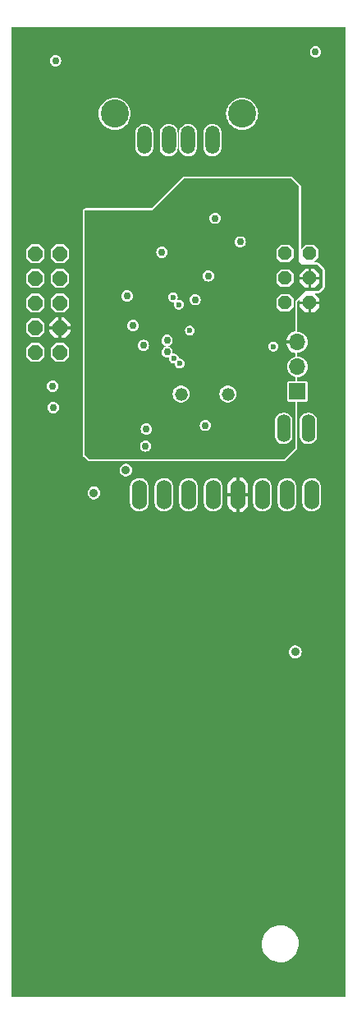
<source format=gbr>
%TF.GenerationSoftware,KiCad,Pcbnew,7.0.9*%
%TF.CreationDate,2024-03-16T10:18:13+00:00*%
%TF.ProjectId,wmk,776d6b2e-6b69-4636-9164-5f7063625858,rev?*%
%TF.SameCoordinates,Original*%
%TF.FileFunction,Copper,L2,Inr*%
%TF.FilePolarity,Positive*%
%FSLAX46Y46*%
G04 Gerber Fmt 4.6, Leading zero omitted, Abs format (unit mm)*
G04 Created by KiCad (PCBNEW 7.0.9) date 2024-03-16 10:18:13*
%MOMM*%
%LPD*%
G01*
G04 APERTURE LIST*
G04 Aperture macros list*
%AMOutline5P*
0 Free polygon, 5 corners , with rotation*
0 The origin of the aperture is its center*
0 number of corners: always 5*
0 $1 to $10 corner X, Y*
0 $11 Rotation angle, in degrees counterclockwise*
0 create outline with 5 corners*
4,1,5,$1,$2,$3,$4,$5,$6,$7,$8,$9,$10,$1,$2,$11*%
%AMOutline6P*
0 Free polygon, 6 corners , with rotation*
0 The origin of the aperture is its center*
0 number of corners: always 6*
0 $1 to $12 corner X, Y*
0 $13 Rotation angle, in degrees counterclockwise*
0 create outline with 6 corners*
4,1,6,$1,$2,$3,$4,$5,$6,$7,$8,$9,$10,$11,$12,$1,$2,$13*%
%AMOutline7P*
0 Free polygon, 7 corners , with rotation*
0 The origin of the aperture is its center*
0 number of corners: always 7*
0 $1 to $14 corner X, Y*
0 $15 Rotation angle, in degrees counterclockwise*
0 create outline with 7 corners*
4,1,7,$1,$2,$3,$4,$5,$6,$7,$8,$9,$10,$11,$12,$13,$14,$1,$2,$15*%
%AMOutline8P*
0 Free polygon, 8 corners , with rotation*
0 The origin of the aperture is its center*
0 number of corners: always 8*
0 $1 to $16 corner X, Y*
0 $17 Rotation angle, in degrees counterclockwise*
0 create outline with 8 corners*
4,1,8,$1,$2,$3,$4,$5,$6,$7,$8,$9,$10,$11,$12,$13,$14,$15,$16,$1,$2,$17*%
G04 Aperture macros list end*
%TA.AperFunction,ComponentPad*%
%ADD10O,1.422400X2.844800*%
%TD*%
%TA.AperFunction,ComponentPad*%
%ADD11Outline8P,-0.711200X0.294589X-0.294589X0.711200X0.294589X0.711200X0.711200X0.294589X0.711200X-0.294589X0.294589X-0.711200X-0.294589X-0.711200X-0.711200X-0.294589X90.000000*%
%TD*%
%TA.AperFunction,ComponentPad*%
%ADD12O,1.458000X2.916000*%
%TD*%
%TA.AperFunction,ComponentPad*%
%ADD13C,2.900000*%
%TD*%
%TA.AperFunction,ComponentPad*%
%ADD14R,1.700000X1.700000*%
%TD*%
%TA.AperFunction,ComponentPad*%
%ADD15O,1.700000X1.700000*%
%TD*%
%TA.AperFunction,ComponentPad*%
%ADD16O,1.524000X3.048000*%
%TD*%
%TA.AperFunction,ComponentPad*%
%ADD17Outline8P,-0.762000X0.315631X-0.315631X0.762000X0.315631X0.762000X0.762000X0.315631X0.762000X-0.315631X0.315631X-0.762000X-0.315631X-0.762000X-0.762000X-0.315631X90.000000*%
%TD*%
%TA.AperFunction,ComponentPad*%
%ADD18C,1.320800*%
%TD*%
%TA.AperFunction,ViaPad*%
%ADD19C,0.756400*%
%TD*%
%TA.AperFunction,ViaPad*%
%ADD20C,0.906400*%
%TD*%
%TA.AperFunction,ViaPad*%
%ADD21C,0.600000*%
%TD*%
G04 APERTURE END LIST*
D10*
%TO.N,/RX*%
%TO.C,JP3*%
X159359600Y-96418400D03*
%TO.N,/TX*%
X161899600Y-96418400D03*
%TD*%
D11*
%TO.N,VCC*%
%TO.C,PROGRAMER0*%
X162041100Y-83483600D03*
%TO.N,GND*%
X159501100Y-83483600D03*
%TO.N,VDD*%
X162041100Y-80943600D03*
%TO.N,/NRST*%
X159501100Y-80943600D03*
%TO.N,/SWCLK*%
X162041100Y-78403600D03*
%TO.N,/SWDIO*%
X159501100Y-78403600D03*
%TD*%
D12*
%TO.N,Net-(F1-Pad2)*%
%TO.C,X1*%
X152001100Y-66713600D03*
%TO.N,/USB_DM*%
X149501100Y-66713600D03*
%TO.N,/USB_DP*%
X147501100Y-66713600D03*
%TO.N,GND*%
X145001100Y-66713600D03*
D13*
%TO.N,unconnected-(X1-PadS1)*%
X155071100Y-64003600D03*
%TO.N,unconnected-(X1-PadS2)*%
X141931100Y-64003600D03*
%TD*%
D14*
%TO.N,GND*%
%TO.C,J1*%
X160782000Y-92608400D03*
D15*
%TO.N,Net-(J1-Pin_2)*%
X160782000Y-90068400D03*
%TO.N,VDD*%
X160782000Y-87528400D03*
%TD*%
D16*
%TO.N,/CLOCK*%
%TO.C,JP2*%
X162257431Y-103249369D03*
%TO.N,/DATA*%
X159717431Y-103249369D03*
%TO.N,/RESET*%
X157177431Y-103249369D03*
%TO.N,VCC*%
X154637431Y-103249369D03*
%TO.N,unconnected-(JP2-Pad5)*%
X152097431Y-103249369D03*
%TO.N,GND*%
X149557431Y-103249369D03*
%TO.N,/STATUS*%
X147017431Y-103249369D03*
%TO.N,/INUSE*%
X144477431Y-103249369D03*
%TD*%
D17*
%TO.N,Net-(U2-PB15)*%
%TO.C,JP1*%
X136271100Y-88583600D03*
%TO.N,Net-(U2-PB9)*%
X133731100Y-88583600D03*
%TO.N,VCC*%
X136271100Y-86043600D03*
%TO.N,Net-(U2-PB8)*%
X133731100Y-86043600D03*
%TO.N,GND*%
X136271100Y-83503600D03*
%TO.N,Net-(U2-PB5)*%
X133731100Y-83503600D03*
%TO.N,Net-(U2-PB14)*%
X136271100Y-80963600D03*
%TO.N,Net-(U2-PB4)*%
X133731100Y-80963600D03*
%TO.N,Net-(U2-PB13)*%
X136271100Y-78423600D03*
%TO.N,Net-(U2-PB3)*%
X133731100Y-78423600D03*
%TD*%
D18*
%TO.N,Net-(U2-PD1_OSC_OUT)*%
%TO.C,Q1*%
X153592337Y-92882875D03*
%TO.N,Net-(U2-PD0_OSC_IN)*%
X148766337Y-92882875D03*
%TD*%
D19*
%TO.N,GND*%
X150221000Y-83149500D03*
X151592600Y-80711100D03*
X146792000Y-78272700D03*
X143210600Y-82768500D03*
X151287800Y-96103500D03*
X135590600Y-94274700D03*
X135819200Y-58536900D03*
D20*
X160546100Y-119446100D03*
X143083600Y-100713600D03*
D19*
X135514400Y-92064900D03*
D20*
X139781600Y-103063100D03*
D19*
%TO.N,VDD*%
X139857800Y-93512700D03*
X154793000Y-83530500D03*
X139934000Y-75605700D03*
X146563400Y-83378100D03*
X159746000Y-71719500D03*
X141762800Y-95417700D03*
X152049800Y-86578500D03*
X146258600Y-75072300D03*
X154869200Y-78882300D03*
%TO.N,VCC*%
X157536200Y-59756100D03*
X137038400Y-103190100D03*
X137571800Y-100142100D03*
%TO.N,Net-(U2-PA3)*%
X152278400Y-74767500D03*
X162641600Y-57622500D03*
%TO.N,Net-(U2-PB3)*%
X144887000Y-87873900D03*
%TO.N,Net-(U2-PB4)*%
X147325400Y-87340500D03*
%TO.N,Net-(U2-PB5)*%
X147325400Y-88559700D03*
D21*
%TO.N,Net-(U2-PB8)*%
X148031200Y-89204800D03*
%TO.N,Net-(U2-PB9)*%
X148627844Y-89741779D03*
D19*
%TO.N,/TX*%
X145115600Y-98237100D03*
%TO.N,/RX*%
X145191800Y-96484500D03*
%TO.N,/SWCLK*%
X143820200Y-85816500D03*
D21*
%TO.N,Net-(U2-BOOT0)*%
X149674500Y-86326084D03*
%TO.N,/USB_DP*%
X147929600Y-82905600D03*
%TO.N,/USB_DM*%
X148539200Y-83667600D03*
D19*
%TO.N,unconnected-(U2-PA2-Pad12)*%
X154869200Y-77205900D03*
D21*
%TO.N,Net-(J1-Pin_2)*%
X158292800Y-87985600D03*
%TD*%
%TA.AperFunction,Conductor*%
%TO.N,VCC*%
G36*
X165714194Y-55060506D02*
G01*
X165732500Y-55104700D01*
X165732500Y-154902500D01*
X165714194Y-154946694D01*
X165670000Y-154965000D01*
X131332200Y-154965000D01*
X131288006Y-154946694D01*
X131269700Y-154902500D01*
X131269700Y-149573192D01*
X157096786Y-149573192D01*
X157118628Y-149771697D01*
X157127214Y-149849724D01*
X157197580Y-150118876D01*
X157306384Y-150374914D01*
X157380465Y-150496300D01*
X157451311Y-150612386D01*
X157629261Y-150826215D01*
X157629275Y-150826229D01*
X157836447Y-151011855D01*
X157836452Y-151011859D01*
X157836457Y-151011863D01*
X158068473Y-151165363D01*
X158320367Y-151283446D01*
X158586769Y-151363595D01*
X158862001Y-151404100D01*
X158862002Y-151404100D01*
X159070569Y-151404100D01*
X159278546Y-151388878D01*
X159278548Y-151388877D01*
X159278555Y-151388877D01*
X159550097Y-151328388D01*
X159809938Y-151229008D01*
X160052540Y-151092853D01*
X160272732Y-150922826D01*
X160465822Y-150722551D01*
X160627693Y-150496296D01*
X160754897Y-150248883D01*
X160844721Y-149985586D01*
X160895252Y-149712016D01*
X160905413Y-149434004D01*
X160874986Y-149157476D01*
X160804620Y-148888324D01*
X160695816Y-148632286D01*
X160550892Y-148394819D01*
X160550890Y-148394817D01*
X160550888Y-148394813D01*
X160372938Y-148180984D01*
X160372924Y-148180970D01*
X160165752Y-147995344D01*
X160165745Y-147995339D01*
X160165743Y-147995337D01*
X159933727Y-147841837D01*
X159681833Y-147723754D01*
X159681830Y-147723753D01*
X159681828Y-147723752D01*
X159415440Y-147643607D01*
X159415426Y-147643604D01*
X159140205Y-147603100D01*
X159140199Y-147603100D01*
X158931637Y-147603100D01*
X158931631Y-147603100D01*
X158723653Y-147618321D01*
X158452103Y-147678812D01*
X158452101Y-147678812D01*
X158192260Y-147778192D01*
X157949660Y-147914346D01*
X157729469Y-148084373D01*
X157729467Y-148084374D01*
X157536374Y-148284653D01*
X157536373Y-148284654D01*
X157374510Y-148510899D01*
X157374507Y-148510903D01*
X157247302Y-148758318D01*
X157157480Y-149021612D01*
X157157477Y-149021620D01*
X157106949Y-149295175D01*
X157106947Y-149295196D01*
X157096786Y-149573192D01*
X131269700Y-149573192D01*
X131269700Y-119446102D01*
X159884375Y-119446102D01*
X159903602Y-119604454D01*
X159903603Y-119604457D01*
X159903603Y-119604458D01*
X159903604Y-119604461D01*
X159948271Y-119722240D01*
X159960173Y-119753622D01*
X160050789Y-119884902D01*
X160050792Y-119884905D01*
X160170197Y-119990689D01*
X160311449Y-120064824D01*
X160466338Y-120103000D01*
X160466339Y-120103000D01*
X160625861Y-120103000D01*
X160625862Y-120103000D01*
X160780751Y-120064824D01*
X160922003Y-119990689D01*
X161041408Y-119884905D01*
X161132028Y-119753619D01*
X161188596Y-119604461D01*
X161207825Y-119446100D01*
X161188596Y-119287739D01*
X161132028Y-119138581D01*
X161132026Y-119138579D01*
X161132026Y-119138577D01*
X161041410Y-119007297D01*
X161041406Y-119007293D01*
X160922002Y-118901510D01*
X160780752Y-118827376D01*
X160625864Y-118789200D01*
X160625862Y-118789200D01*
X160466338Y-118789200D01*
X160466335Y-118789200D01*
X160311447Y-118827376D01*
X160170197Y-118901510D01*
X160050793Y-119007293D01*
X160050789Y-119007297D01*
X159960173Y-119138577D01*
X159903603Y-119287742D01*
X159903602Y-119287745D01*
X159884375Y-119446097D01*
X159884375Y-119446102D01*
X131269700Y-119446102D01*
X131269700Y-104060348D01*
X143511731Y-104060348D01*
X143526620Y-104206762D01*
X143526620Y-104206763D01*
X143556487Y-104301955D01*
X143585417Y-104394162D01*
X143680732Y-104565888D01*
X143680736Y-104565893D01*
X143680737Y-104565894D01*
X143808660Y-104714906D01*
X143808662Y-104714907D01*
X143808665Y-104714911D01*
X143963976Y-104835131D01*
X144140309Y-104921626D01*
X144330443Y-104970855D01*
X144526595Y-104980803D01*
X144720734Y-104951062D01*
X144904913Y-104882850D01*
X145071590Y-104778959D01*
X145213942Y-104643643D01*
X145326142Y-104482442D01*
X145403595Y-104301955D01*
X145443131Y-104109571D01*
X145443131Y-104060348D01*
X146051731Y-104060348D01*
X146066620Y-104206762D01*
X146066620Y-104206763D01*
X146096487Y-104301955D01*
X146125417Y-104394162D01*
X146220732Y-104565888D01*
X146220736Y-104565893D01*
X146220737Y-104565894D01*
X146348660Y-104714906D01*
X146348662Y-104714907D01*
X146348665Y-104714911D01*
X146503976Y-104835131D01*
X146680309Y-104921626D01*
X146870443Y-104970855D01*
X147066595Y-104980803D01*
X147260734Y-104951062D01*
X147444913Y-104882850D01*
X147611590Y-104778959D01*
X147753942Y-104643643D01*
X147866142Y-104482442D01*
X147943595Y-104301955D01*
X147983131Y-104109571D01*
X147983131Y-104060348D01*
X148591731Y-104060348D01*
X148606620Y-104206762D01*
X148606620Y-104206763D01*
X148636487Y-104301955D01*
X148665417Y-104394162D01*
X148760732Y-104565888D01*
X148760736Y-104565893D01*
X148760737Y-104565894D01*
X148888660Y-104714906D01*
X148888662Y-104714907D01*
X148888665Y-104714911D01*
X149043976Y-104835131D01*
X149220309Y-104921626D01*
X149410443Y-104970855D01*
X149606595Y-104980803D01*
X149800734Y-104951062D01*
X149984913Y-104882850D01*
X150151590Y-104778959D01*
X150293942Y-104643643D01*
X150406142Y-104482442D01*
X150483595Y-104301955D01*
X150523131Y-104109571D01*
X150523131Y-104060348D01*
X151131731Y-104060348D01*
X151146620Y-104206762D01*
X151146620Y-104206763D01*
X151176487Y-104301955D01*
X151205417Y-104394162D01*
X151300732Y-104565888D01*
X151300736Y-104565893D01*
X151300737Y-104565894D01*
X151428660Y-104714906D01*
X151428662Y-104714907D01*
X151428665Y-104714911D01*
X151583976Y-104835131D01*
X151760309Y-104921626D01*
X151950443Y-104970855D01*
X152146595Y-104980803D01*
X152340734Y-104951062D01*
X152524913Y-104882850D01*
X152691590Y-104778959D01*
X152833942Y-104643643D01*
X152946142Y-104482442D01*
X153023595Y-104301955D01*
X153063131Y-104109571D01*
X153063131Y-104063735D01*
X153571431Y-104063735D01*
X153586854Y-104220340D01*
X153647811Y-104421286D01*
X153746792Y-104606466D01*
X153746796Y-104606472D01*
X153880008Y-104768791D01*
X154042327Y-104902003D01*
X154042333Y-104902007D01*
X154227513Y-105000988D01*
X154428454Y-105061943D01*
X154428462Y-105061945D01*
X154485431Y-105067555D01*
X154485431Y-103738420D01*
X154492839Y-103741804D01*
X154601097Y-103757369D01*
X154673765Y-103757369D01*
X154782023Y-103741804D01*
X154789431Y-103738420D01*
X154789431Y-105067555D01*
X154846399Y-105061945D01*
X154846407Y-105061943D01*
X155047348Y-105000988D01*
X155232528Y-104902007D01*
X155232534Y-104902003D01*
X155394853Y-104768791D01*
X155528065Y-104606472D01*
X155528069Y-104606466D01*
X155627050Y-104421286D01*
X155688007Y-104220340D01*
X155703431Y-104063735D01*
X155703431Y-104060348D01*
X156211731Y-104060348D01*
X156226620Y-104206762D01*
X156226620Y-104206763D01*
X156256487Y-104301955D01*
X156285417Y-104394162D01*
X156380732Y-104565888D01*
X156380736Y-104565893D01*
X156380737Y-104565894D01*
X156508660Y-104714906D01*
X156508662Y-104714907D01*
X156508665Y-104714911D01*
X156663976Y-104835131D01*
X156840309Y-104921626D01*
X157030443Y-104970855D01*
X157226595Y-104980803D01*
X157420734Y-104951062D01*
X157604913Y-104882850D01*
X157771590Y-104778959D01*
X157913942Y-104643643D01*
X158026142Y-104482442D01*
X158103595Y-104301955D01*
X158143131Y-104109571D01*
X158143131Y-104060348D01*
X158751731Y-104060348D01*
X158766620Y-104206762D01*
X158766620Y-104206763D01*
X158796487Y-104301955D01*
X158825417Y-104394162D01*
X158920732Y-104565888D01*
X158920736Y-104565893D01*
X158920737Y-104565894D01*
X159048660Y-104714906D01*
X159048662Y-104714907D01*
X159048665Y-104714911D01*
X159203976Y-104835131D01*
X159380309Y-104921626D01*
X159570443Y-104970855D01*
X159766595Y-104980803D01*
X159960734Y-104951062D01*
X160144913Y-104882850D01*
X160311590Y-104778959D01*
X160453942Y-104643643D01*
X160566142Y-104482442D01*
X160643595Y-104301955D01*
X160683131Y-104109571D01*
X160683131Y-104060348D01*
X161291731Y-104060348D01*
X161306620Y-104206762D01*
X161306620Y-104206763D01*
X161336487Y-104301955D01*
X161365417Y-104394162D01*
X161460732Y-104565888D01*
X161460736Y-104565893D01*
X161460737Y-104565894D01*
X161588660Y-104714906D01*
X161588662Y-104714907D01*
X161588665Y-104714911D01*
X161743976Y-104835131D01*
X161920309Y-104921626D01*
X162110443Y-104970855D01*
X162306595Y-104980803D01*
X162500734Y-104951062D01*
X162684913Y-104882850D01*
X162851590Y-104778959D01*
X162993942Y-104643643D01*
X163106142Y-104482442D01*
X163183595Y-104301955D01*
X163223131Y-104109571D01*
X163223131Y-102438397D01*
X163223131Y-102438389D01*
X163208241Y-102291975D01*
X163208241Y-102291974D01*
X163208241Y-102291973D01*
X163149445Y-102104576D01*
X163054130Y-101932850D01*
X162987379Y-101855095D01*
X162926201Y-101783831D01*
X162926199Y-101783829D01*
X162926197Y-101783827D01*
X162770886Y-101663607D01*
X162594553Y-101577112D01*
X162404419Y-101527883D01*
X162208267Y-101517935D01*
X162208266Y-101517935D01*
X162208261Y-101517935D01*
X162014133Y-101547675D01*
X162014128Y-101547676D01*
X161829948Y-101615888D01*
X161663276Y-101719775D01*
X161663274Y-101719776D01*
X161520920Y-101855093D01*
X161408719Y-102016297D01*
X161331266Y-102196783D01*
X161291731Y-102389165D01*
X161291731Y-104060348D01*
X160683131Y-104060348D01*
X160683131Y-102438397D01*
X160683131Y-102438389D01*
X160668241Y-102291975D01*
X160668241Y-102291974D01*
X160668241Y-102291973D01*
X160609445Y-102104576D01*
X160514130Y-101932850D01*
X160447379Y-101855095D01*
X160386201Y-101783831D01*
X160386199Y-101783829D01*
X160386197Y-101783827D01*
X160230886Y-101663607D01*
X160054553Y-101577112D01*
X159864419Y-101527883D01*
X159668267Y-101517935D01*
X159668266Y-101517935D01*
X159668261Y-101517935D01*
X159474133Y-101547675D01*
X159474128Y-101547676D01*
X159289948Y-101615888D01*
X159123276Y-101719775D01*
X159123274Y-101719776D01*
X158980920Y-101855093D01*
X158868719Y-102016297D01*
X158791266Y-102196783D01*
X158751731Y-102389165D01*
X158751731Y-104060348D01*
X158143131Y-104060348D01*
X158143131Y-102438397D01*
X158143131Y-102438389D01*
X158128241Y-102291975D01*
X158128241Y-102291974D01*
X158128241Y-102291973D01*
X158069445Y-102104576D01*
X157974130Y-101932850D01*
X157907379Y-101855095D01*
X157846201Y-101783831D01*
X157846199Y-101783829D01*
X157846197Y-101783827D01*
X157690886Y-101663607D01*
X157514553Y-101577112D01*
X157324419Y-101527883D01*
X157128267Y-101517935D01*
X157128266Y-101517935D01*
X157128261Y-101517935D01*
X156934133Y-101547675D01*
X156934128Y-101547676D01*
X156749948Y-101615888D01*
X156583276Y-101719775D01*
X156583274Y-101719776D01*
X156440920Y-101855093D01*
X156328719Y-102016297D01*
X156251266Y-102196783D01*
X156211731Y-102389165D01*
X156211731Y-104060348D01*
X155703431Y-104060348D01*
X155703431Y-103401369D01*
X155122246Y-103401369D01*
X155145431Y-103322408D01*
X155145431Y-103176330D01*
X155122246Y-103097369D01*
X155703431Y-103097369D01*
X155703431Y-102435002D01*
X155688007Y-102278397D01*
X155627050Y-102077451D01*
X155528069Y-101892271D01*
X155528065Y-101892265D01*
X155394853Y-101729946D01*
X155232534Y-101596734D01*
X155232528Y-101596730D01*
X155047348Y-101497749D01*
X154846403Y-101436792D01*
X154789431Y-101431180D01*
X154789431Y-102760317D01*
X154782023Y-102756934D01*
X154673765Y-102741369D01*
X154601097Y-102741369D01*
X154492839Y-102756934D01*
X154485431Y-102760317D01*
X154485431Y-101431181D01*
X154485430Y-101431180D01*
X154428458Y-101436792D01*
X154227513Y-101497749D01*
X154042333Y-101596730D01*
X154042327Y-101596734D01*
X153880008Y-101729946D01*
X153746796Y-101892265D01*
X153746792Y-101892271D01*
X153647811Y-102077451D01*
X153586854Y-102278397D01*
X153571431Y-102435002D01*
X153571431Y-103097369D01*
X154152616Y-103097369D01*
X154129431Y-103176330D01*
X154129431Y-103322408D01*
X154152616Y-103401369D01*
X153571431Y-103401369D01*
X153571431Y-104063735D01*
X153063131Y-104063735D01*
X153063131Y-102438397D01*
X153063131Y-102438389D01*
X153048241Y-102291975D01*
X153048241Y-102291974D01*
X153048241Y-102291973D01*
X152989445Y-102104576D01*
X152894130Y-101932850D01*
X152827379Y-101855095D01*
X152766201Y-101783831D01*
X152766199Y-101783829D01*
X152766197Y-101783827D01*
X152610886Y-101663607D01*
X152434553Y-101577112D01*
X152244419Y-101527883D01*
X152048267Y-101517935D01*
X152048266Y-101517935D01*
X152048261Y-101517935D01*
X151854133Y-101547675D01*
X151854128Y-101547676D01*
X151669948Y-101615888D01*
X151503276Y-101719775D01*
X151503274Y-101719776D01*
X151360920Y-101855093D01*
X151248719Y-102016297D01*
X151171266Y-102196783D01*
X151131731Y-102389165D01*
X151131731Y-104060348D01*
X150523131Y-104060348D01*
X150523131Y-102438397D01*
X150523131Y-102438389D01*
X150508241Y-102291975D01*
X150508241Y-102291974D01*
X150508241Y-102291973D01*
X150449445Y-102104576D01*
X150354130Y-101932850D01*
X150287379Y-101855095D01*
X150226201Y-101783831D01*
X150226199Y-101783829D01*
X150226197Y-101783827D01*
X150070886Y-101663607D01*
X149894553Y-101577112D01*
X149704419Y-101527883D01*
X149508267Y-101517935D01*
X149508266Y-101517935D01*
X149508261Y-101517935D01*
X149314133Y-101547675D01*
X149314128Y-101547676D01*
X149129948Y-101615888D01*
X148963276Y-101719775D01*
X148963274Y-101719776D01*
X148820920Y-101855093D01*
X148708719Y-102016297D01*
X148631266Y-102196783D01*
X148591731Y-102389165D01*
X148591731Y-104060348D01*
X147983131Y-104060348D01*
X147983131Y-102438397D01*
X147983131Y-102438389D01*
X147968241Y-102291975D01*
X147968241Y-102291974D01*
X147968241Y-102291973D01*
X147909445Y-102104576D01*
X147814130Y-101932850D01*
X147747379Y-101855095D01*
X147686201Y-101783831D01*
X147686199Y-101783829D01*
X147686197Y-101783827D01*
X147530886Y-101663607D01*
X147354553Y-101577112D01*
X147164419Y-101527883D01*
X146968267Y-101517935D01*
X146968266Y-101517935D01*
X146968261Y-101517935D01*
X146774133Y-101547675D01*
X146774128Y-101547676D01*
X146589948Y-101615888D01*
X146423276Y-101719775D01*
X146423274Y-101719776D01*
X146280920Y-101855093D01*
X146168719Y-102016297D01*
X146091266Y-102196783D01*
X146051731Y-102389165D01*
X146051731Y-104060348D01*
X145443131Y-104060348D01*
X145443131Y-102438397D01*
X145443131Y-102438389D01*
X145428241Y-102291975D01*
X145428241Y-102291974D01*
X145428241Y-102291973D01*
X145369445Y-102104576D01*
X145274130Y-101932850D01*
X145207379Y-101855095D01*
X145146201Y-101783831D01*
X145146199Y-101783829D01*
X145146197Y-101783827D01*
X144990886Y-101663607D01*
X144814553Y-101577112D01*
X144624419Y-101527883D01*
X144428267Y-101517935D01*
X144428266Y-101517935D01*
X144428261Y-101517935D01*
X144234133Y-101547675D01*
X144234128Y-101547676D01*
X144049948Y-101615888D01*
X143883276Y-101719775D01*
X143883274Y-101719776D01*
X143740920Y-101855093D01*
X143628719Y-102016297D01*
X143551266Y-102196783D01*
X143511731Y-102389165D01*
X143511731Y-104060348D01*
X131269700Y-104060348D01*
X131269700Y-103063102D01*
X139119875Y-103063102D01*
X139139102Y-103221454D01*
X139139103Y-103221457D01*
X139139103Y-103221458D01*
X139139104Y-103221461D01*
X139177388Y-103322408D01*
X139195673Y-103370622D01*
X139286289Y-103501902D01*
X139286293Y-103501906D01*
X139405697Y-103607689D01*
X139545609Y-103681121D01*
X139546949Y-103681824D01*
X139701838Y-103720000D01*
X139701839Y-103720000D01*
X139861361Y-103720000D01*
X139861362Y-103720000D01*
X140016251Y-103681824D01*
X140157503Y-103607689D01*
X140276908Y-103501905D01*
X140367528Y-103370619D01*
X140424096Y-103221461D01*
X140443325Y-103063100D01*
X140424096Y-102904739D01*
X140367528Y-102755581D01*
X140367526Y-102755579D01*
X140367526Y-102755577D01*
X140276910Y-102624297D01*
X140276906Y-102624293D01*
X140157502Y-102518510D01*
X140016252Y-102444376D01*
X139861364Y-102406200D01*
X139861362Y-102406200D01*
X139701838Y-102406200D01*
X139701835Y-102406200D01*
X139546947Y-102444376D01*
X139405697Y-102518510D01*
X139286293Y-102624293D01*
X139286289Y-102624297D01*
X139195673Y-102755577D01*
X139139103Y-102904742D01*
X139139102Y-102904745D01*
X139119875Y-103063097D01*
X139119875Y-103063102D01*
X131269700Y-103063102D01*
X131269700Y-100713602D01*
X142421875Y-100713602D01*
X142441102Y-100871954D01*
X142441103Y-100871957D01*
X142441103Y-100871958D01*
X142441104Y-100871961D01*
X142485771Y-100989740D01*
X142497673Y-101021122D01*
X142588289Y-101152402D01*
X142588292Y-101152405D01*
X142707697Y-101258189D01*
X142848949Y-101332324D01*
X143003838Y-101370500D01*
X143003839Y-101370500D01*
X143163361Y-101370500D01*
X143163362Y-101370500D01*
X143318251Y-101332324D01*
X143459503Y-101258189D01*
X143578908Y-101152405D01*
X143669528Y-101021119D01*
X143726096Y-100871961D01*
X143745325Y-100713600D01*
X143726096Y-100555239D01*
X143669528Y-100406081D01*
X143669526Y-100406079D01*
X143669526Y-100406077D01*
X143578910Y-100274797D01*
X143578906Y-100274793D01*
X143459502Y-100169010D01*
X143318252Y-100094876D01*
X143163364Y-100056700D01*
X143163362Y-100056700D01*
X143003838Y-100056700D01*
X143003835Y-100056700D01*
X142848947Y-100094876D01*
X142707697Y-100169010D01*
X142588293Y-100274793D01*
X142588289Y-100274797D01*
X142497673Y-100406077D01*
X142441103Y-100555242D01*
X142441102Y-100555245D01*
X142421875Y-100713597D01*
X142421875Y-100713602D01*
X131269700Y-100713602D01*
X131269700Y-99185383D01*
X138607700Y-99185383D01*
X138607859Y-99191151D01*
X138608400Y-99200930D01*
X138608401Y-99200935D01*
X138633969Y-99290075D01*
X138633970Y-99290078D01*
X138657042Y-99331974D01*
X138657044Y-99331977D01*
X138709483Y-99394271D01*
X139132357Y-99732571D01*
X139132359Y-99732572D01*
X139177888Y-99757805D01*
X139193648Y-99766539D01*
X139232691Y-99780235D01*
X139290008Y-99789996D01*
X139301773Y-99792000D01*
X139301774Y-99792000D01*
X159391717Y-99792000D01*
X159471584Y-99776113D01*
X159515778Y-99757807D01*
X159583484Y-99712567D01*
X160688067Y-98607984D01*
X160733307Y-98540278D01*
X160751613Y-98496084D01*
X160767500Y-98416217D01*
X160767500Y-97177554D01*
X160984700Y-97177554D01*
X160999763Y-97320868D01*
X161059190Y-97503767D01*
X161155352Y-97670325D01*
X161155351Y-97670325D01*
X161284034Y-97813243D01*
X161284035Y-97813244D01*
X161284040Y-97813249D01*
X161439630Y-97926291D01*
X161538892Y-97970485D01*
X161615311Y-98004510D01*
X161615315Y-98004511D01*
X161615323Y-98004515D01*
X161615326Y-98004515D01*
X161615327Y-98004516D01*
X161803440Y-98044500D01*
X161995760Y-98044500D01*
X162183872Y-98004516D01*
X162183871Y-98004516D01*
X162183877Y-98004515D01*
X162359570Y-97926291D01*
X162515160Y-97813249D01*
X162643847Y-97670327D01*
X162740007Y-97503773D01*
X162799437Y-97320866D01*
X162814500Y-97177552D01*
X162814500Y-95659248D01*
X162799437Y-95515934D01*
X162740007Y-95333027D01*
X162643847Y-95166473D01*
X162515160Y-95023551D01*
X162359570Y-94910509D01*
X162359568Y-94910508D01*
X162183888Y-94832289D01*
X162183872Y-94832283D01*
X161995760Y-94792300D01*
X161803440Y-94792300D01*
X161615327Y-94832283D01*
X161615311Y-94832289D01*
X161439631Y-94910508D01*
X161439630Y-94910509D01*
X161284040Y-95023551D01*
X161284039Y-95023552D01*
X161284035Y-95023555D01*
X161284034Y-95023556D01*
X161155352Y-95166474D01*
X161059190Y-95333032D01*
X160999763Y-95515931D01*
X160984700Y-95659245D01*
X160984700Y-97177554D01*
X160767500Y-97177554D01*
X160767500Y-93724600D01*
X160785806Y-93680406D01*
X160830000Y-93662100D01*
X161652063Y-93662100D01*
X161652064Y-93662100D01*
X161711480Y-93650281D01*
X161778860Y-93605260D01*
X161823881Y-93537880D01*
X161835700Y-93478464D01*
X161835700Y-91738336D01*
X161823881Y-91678920D01*
X161778860Y-91611540D01*
X161711480Y-91566519D01*
X161652064Y-91554700D01*
X161652063Y-91554700D01*
X160830000Y-91554700D01*
X160785806Y-91536394D01*
X160767500Y-91492200D01*
X160767500Y-91185272D01*
X160785806Y-91141078D01*
X160823872Y-91123073D01*
X160988561Y-91106853D01*
X161187184Y-91046602D01*
X161370237Y-90948758D01*
X161530683Y-90817083D01*
X161662358Y-90656637D01*
X161760202Y-90473584D01*
X161820453Y-90274961D01*
X161840798Y-90068400D01*
X161820453Y-89861839D01*
X161760202Y-89663216D01*
X161662358Y-89480163D01*
X161530683Y-89319717D01*
X161370237Y-89188042D01*
X161370231Y-89188038D01*
X161271187Y-89135098D01*
X161187184Y-89090198D01*
X161187181Y-89090197D01*
X161187179Y-89090196D01*
X160988562Y-89029947D01*
X160988557Y-89029946D01*
X160823874Y-89013726D01*
X160781687Y-88991176D01*
X160767500Y-88951527D01*
X160767500Y-88712566D01*
X160767500Y-88712565D01*
X160758872Y-88655539D01*
X160770361Y-88609106D01*
X160811319Y-88584394D01*
X160814515Y-88583995D01*
X160988561Y-88566853D01*
X161187184Y-88506602D01*
X161370237Y-88408758D01*
X161530683Y-88277083D01*
X161662358Y-88116637D01*
X161760202Y-87933584D01*
X161820453Y-87734961D01*
X161840798Y-87528400D01*
X161820453Y-87321839D01*
X161760202Y-87123216D01*
X161662358Y-86940163D01*
X161530683Y-86779717D01*
X161370237Y-86648042D01*
X161370231Y-86648038D01*
X161271187Y-86595098D01*
X161187184Y-86550198D01*
X161187181Y-86550197D01*
X161187179Y-86550196D01*
X160988562Y-86489947D01*
X160988556Y-86489946D01*
X160811946Y-86472551D01*
X160769759Y-86450001D01*
X160755873Y-86404226D01*
X160756773Y-86398158D01*
X160760526Y-86379295D01*
X160767500Y-86344233D01*
X160767500Y-83390639D01*
X160785805Y-83346446D01*
X160919207Y-83213044D01*
X160963400Y-83194739D01*
X161007594Y-83213045D01*
X161025900Y-83257239D01*
X161025900Y-83331600D01*
X161606835Y-83331600D01*
X161580029Y-83449047D01*
X161590328Y-83586486D01*
X161609604Y-83635600D01*
X161025900Y-83635600D01*
X161025900Y-83828661D01*
X161025901Y-83828683D01*
X161027293Y-83842020D01*
X161027295Y-83842027D01*
X161070784Y-83947020D01*
X161070789Y-83947027D01*
X161079242Y-83957450D01*
X161079251Y-83957460D01*
X161567238Y-84445446D01*
X161567250Y-84445457D01*
X161577673Y-84453912D01*
X161682679Y-84497407D01*
X161696033Y-84498800D01*
X161889100Y-84498800D01*
X161889100Y-83915170D01*
X161972188Y-83940800D01*
X162075360Y-83940800D01*
X162177384Y-83925422D01*
X162193100Y-83917853D01*
X162193100Y-84498800D01*
X162386162Y-84498800D01*
X162386183Y-84498798D01*
X162399520Y-84497406D01*
X162399527Y-84497404D01*
X162504520Y-84453915D01*
X162504527Y-84453910D01*
X162514950Y-84445457D01*
X162514960Y-84445448D01*
X163002946Y-83957461D01*
X163002957Y-83957449D01*
X163011412Y-83947026D01*
X163054907Y-83842020D01*
X163056300Y-83828666D01*
X163056300Y-83635600D01*
X162475365Y-83635600D01*
X162502171Y-83518153D01*
X162491872Y-83380714D01*
X162472596Y-83331600D01*
X163056300Y-83331600D01*
X163056300Y-83138538D01*
X163056298Y-83138516D01*
X163054906Y-83125179D01*
X163054904Y-83125172D01*
X163011415Y-83020179D01*
X163011410Y-83020172D01*
X163002957Y-83009749D01*
X163002948Y-83009739D01*
X162594502Y-82601294D01*
X162576196Y-82557100D01*
X162594502Y-82512906D01*
X162638696Y-82494600D01*
X162896917Y-82494600D01*
X162976784Y-82478713D01*
X163020978Y-82460407D01*
X163088684Y-82415167D01*
X163507467Y-81996384D01*
X163552707Y-81928678D01*
X163571013Y-81884484D01*
X163586900Y-81804617D01*
X163586900Y-80074783D01*
X163571013Y-79994916D01*
X163552707Y-79950722D01*
X163507467Y-79883016D01*
X163012484Y-79388033D01*
X162996693Y-79377482D01*
X162944779Y-79342794D01*
X162944780Y-79342794D01*
X162944778Y-79342793D01*
X162900584Y-79324487D01*
X162900582Y-79324486D01*
X162820718Y-79308600D01*
X162820717Y-79308600D01*
X162580853Y-79308600D01*
X162536659Y-79290294D01*
X162518353Y-79246100D01*
X162536659Y-79201906D01*
X162614317Y-79124248D01*
X162910526Y-78828038D01*
X162944182Y-78777669D01*
X162956000Y-78718254D01*
X162956001Y-78088946D01*
X162944182Y-78029531D01*
X162943484Y-78028487D01*
X162910525Y-77979160D01*
X162910523Y-77979158D01*
X162465539Y-77534175D01*
X162465534Y-77534171D01*
X162415172Y-77500520D01*
X162415167Y-77500517D01*
X162355754Y-77488700D01*
X162355752Y-77488699D01*
X161726446Y-77488699D01*
X161667030Y-77500518D01*
X161667029Y-77500518D01*
X161616660Y-77534174D01*
X161616658Y-77534176D01*
X161255194Y-77895641D01*
X161211000Y-77913947D01*
X161166806Y-77895641D01*
X161148500Y-77851447D01*
X161148500Y-71540383D01*
X161132613Y-71460516D01*
X161114307Y-71416322D01*
X161069067Y-71348616D01*
X160269284Y-70548833D01*
X160201578Y-70503593D01*
X160157384Y-70485287D01*
X160157382Y-70485286D01*
X160077518Y-70469400D01*
X160077517Y-70469400D01*
X149127483Y-70469400D01*
X149127481Y-70469400D01*
X149047617Y-70485286D01*
X149047616Y-70485286D01*
X149003424Y-70503592D01*
X149003420Y-70503594D01*
X148935716Y-70548832D01*
X145756854Y-73727694D01*
X145712660Y-73746000D01*
X138878898Y-73746000D01*
X138799034Y-73761886D01*
X138754845Y-73780190D01*
X138754832Y-73780197D01*
X138695642Y-73817388D01*
X138695640Y-73817390D01*
X138641895Y-73893134D01*
X138623585Y-73937338D01*
X138607700Y-74017198D01*
X138607700Y-99185383D01*
X131269700Y-99185383D01*
X131269700Y-94274702D01*
X135003679Y-94274702D01*
X135023676Y-94426599D01*
X135023677Y-94426605D01*
X135023678Y-94426606D01*
X135082312Y-94568161D01*
X135175584Y-94689716D01*
X135297139Y-94782988D01*
X135438694Y-94841622D01*
X135438698Y-94841622D01*
X135438700Y-94841623D01*
X135590597Y-94861621D01*
X135590600Y-94861621D01*
X135590603Y-94861621D01*
X135742499Y-94841623D01*
X135742499Y-94841622D01*
X135742506Y-94841622D01*
X135884061Y-94782988D01*
X136005616Y-94689716D01*
X136098888Y-94568161D01*
X136157522Y-94426606D01*
X136177521Y-94274700D01*
X136157522Y-94122794D01*
X136098888Y-93981240D01*
X136005616Y-93859684D01*
X136005614Y-93859683D01*
X136005614Y-93859682D01*
X135884061Y-93766412D01*
X135884058Y-93766410D01*
X135742509Y-93707779D01*
X135742499Y-93707776D01*
X135590603Y-93687779D01*
X135590597Y-93687779D01*
X135438700Y-93707776D01*
X135438690Y-93707779D01*
X135297143Y-93766410D01*
X135175584Y-93859684D01*
X135082310Y-93981243D01*
X135023679Y-94122790D01*
X135023676Y-94122800D01*
X135003679Y-94274697D01*
X135003679Y-94274702D01*
X131269700Y-94274702D01*
X131269700Y-92064902D01*
X134927479Y-92064902D01*
X134947476Y-92216799D01*
X134947477Y-92216805D01*
X134947478Y-92216806D01*
X135006112Y-92358361D01*
X135099384Y-92479916D01*
X135220939Y-92573188D01*
X135362494Y-92631822D01*
X135362498Y-92631822D01*
X135362500Y-92631823D01*
X135514397Y-92651821D01*
X135514400Y-92651821D01*
X135514403Y-92651821D01*
X135666299Y-92631823D01*
X135666299Y-92631822D01*
X135666306Y-92631822D01*
X135807861Y-92573188D01*
X135929416Y-92479916D01*
X136022688Y-92358361D01*
X136081322Y-92216806D01*
X136101321Y-92064900D01*
X136081322Y-91912994D01*
X136022688Y-91771440D01*
X135929416Y-91649884D01*
X135929414Y-91649883D01*
X135929414Y-91649882D01*
X135807861Y-91556612D01*
X135807858Y-91556610D01*
X135666309Y-91497979D01*
X135666299Y-91497976D01*
X135514403Y-91477979D01*
X135514397Y-91477979D01*
X135362500Y-91497976D01*
X135362490Y-91497979D01*
X135220943Y-91556610D01*
X135099384Y-91649884D01*
X135006110Y-91771443D01*
X134947479Y-91912990D01*
X134947476Y-91913000D01*
X134927479Y-92064897D01*
X134927479Y-92064902D01*
X131269700Y-92064902D01*
X131269700Y-88919296D01*
X132765399Y-88919296D01*
X132777218Y-88978711D01*
X132777218Y-88978712D01*
X132810874Y-89029081D01*
X133285617Y-89503824D01*
X133285623Y-89503829D01*
X133335987Y-89537480D01*
X133335989Y-89537481D01*
X133395405Y-89549300D01*
X134066796Y-89549301D01*
X134126211Y-89537482D01*
X134176582Y-89503825D01*
X134651326Y-89029081D01*
X134684981Y-88978711D01*
X134696800Y-88919296D01*
X135305399Y-88919296D01*
X135317218Y-88978711D01*
X135317218Y-88978712D01*
X135350874Y-89029081D01*
X135825617Y-89503824D01*
X135825623Y-89503829D01*
X135875987Y-89537480D01*
X135875989Y-89537481D01*
X135935405Y-89549300D01*
X136606796Y-89549301D01*
X136666211Y-89537482D01*
X136716582Y-89503825D01*
X137191326Y-89029081D01*
X137224981Y-88978711D01*
X137236800Y-88919295D01*
X137236801Y-88247904D01*
X137224982Y-88188489D01*
X137191325Y-88138118D01*
X136716581Y-87663374D01*
X136716579Y-87663373D01*
X136716576Y-87663370D01*
X136666212Y-87629719D01*
X136606794Y-87617899D01*
X135935404Y-87617899D01*
X135875988Y-87629718D01*
X135875987Y-87629718D01*
X135825618Y-87663374D01*
X135350875Y-88138117D01*
X135350870Y-88138123D01*
X135317219Y-88188487D01*
X135305399Y-88247905D01*
X135305399Y-88583992D01*
X135305399Y-88919296D01*
X134696800Y-88919296D01*
X134696800Y-88919295D01*
X134696801Y-88247904D01*
X134684982Y-88188489D01*
X134651325Y-88138118D01*
X134176581Y-87663374D01*
X134176579Y-87663373D01*
X134176576Y-87663370D01*
X134126212Y-87629719D01*
X134066794Y-87617899D01*
X133395404Y-87617899D01*
X133335988Y-87629718D01*
X133335987Y-87629718D01*
X133285618Y-87663374D01*
X132810875Y-88138117D01*
X132810870Y-88138123D01*
X132777219Y-88188487D01*
X132765399Y-88247905D01*
X132765399Y-88583992D01*
X132765399Y-88919296D01*
X131269700Y-88919296D01*
X131269700Y-86379296D01*
X132765399Y-86379296D01*
X132774312Y-86424100D01*
X132777218Y-86438711D01*
X132777218Y-86438712D01*
X132810874Y-86489081D01*
X133285617Y-86963824D01*
X133285623Y-86963829D01*
X133335987Y-86997480D01*
X133335989Y-86997481D01*
X133395405Y-87009300D01*
X134066796Y-87009301D01*
X134126211Y-86997482D01*
X134176582Y-86963825D01*
X134651326Y-86489081D01*
X134684981Y-86438711D01*
X134690751Y-86409703D01*
X135205100Y-86409703D01*
X135205101Y-86409725D01*
X135206493Y-86423062D01*
X135206495Y-86423069D01*
X135249984Y-86528062D01*
X135249989Y-86528069D01*
X135258442Y-86538492D01*
X135258451Y-86538502D01*
X135776190Y-87056242D01*
X135776202Y-87056253D01*
X135786631Y-87064713D01*
X135891637Y-87108206D01*
X135891634Y-87108206D01*
X135904999Y-87109600D01*
X136119100Y-87109600D01*
X136119100Y-86532651D01*
X136126508Y-86536035D01*
X136234766Y-86551600D01*
X136307434Y-86551600D01*
X136415692Y-86536035D01*
X136423100Y-86532651D01*
X136423100Y-87109600D01*
X136637204Y-87109600D01*
X136637225Y-87109598D01*
X136650562Y-87108206D01*
X136650569Y-87108204D01*
X136755562Y-87064715D01*
X136755569Y-87064710D01*
X136765992Y-87056257D01*
X136766002Y-87056248D01*
X137283742Y-86538509D01*
X137283753Y-86538497D01*
X137292213Y-86528068D01*
X137335706Y-86423063D01*
X137337100Y-86409700D01*
X137337100Y-86195600D01*
X136755915Y-86195600D01*
X136779100Y-86116639D01*
X136779100Y-85970561D01*
X136755915Y-85891600D01*
X137337100Y-85891600D01*
X137337100Y-85677496D01*
X137337098Y-85677474D01*
X137335706Y-85664137D01*
X137335704Y-85664130D01*
X137292215Y-85559137D01*
X137292210Y-85559130D01*
X137283757Y-85548707D01*
X137283748Y-85548697D01*
X136766009Y-85030957D01*
X136765997Y-85030946D01*
X136755568Y-85022486D01*
X136650562Y-84978993D01*
X136650565Y-84978993D01*
X136637201Y-84977600D01*
X136423100Y-84977600D01*
X136423100Y-85554548D01*
X136415692Y-85551165D01*
X136307434Y-85535600D01*
X136234766Y-85535600D01*
X136126508Y-85551165D01*
X136119100Y-85554548D01*
X136119100Y-84977600D01*
X135904996Y-84977600D01*
X135904974Y-84977601D01*
X135891637Y-84978993D01*
X135891630Y-84978995D01*
X135786637Y-85022484D01*
X135786630Y-85022489D01*
X135776207Y-85030942D01*
X135776197Y-85030951D01*
X135258457Y-85548690D01*
X135258446Y-85548702D01*
X135249986Y-85559131D01*
X135206493Y-85664136D01*
X135205100Y-85677499D01*
X135205100Y-85891600D01*
X135786285Y-85891600D01*
X135763100Y-85970561D01*
X135763100Y-86116639D01*
X135786285Y-86195600D01*
X135205100Y-86195600D01*
X135205100Y-86409703D01*
X134690751Y-86409703D01*
X134696800Y-86379295D01*
X134696801Y-85707904D01*
X134684982Y-85648489D01*
X134651325Y-85598118D01*
X134176581Y-85123374D01*
X134176579Y-85123373D01*
X134176576Y-85123370D01*
X134126212Y-85089719D01*
X134066794Y-85077899D01*
X133395404Y-85077899D01*
X133335988Y-85089718D01*
X133335987Y-85089718D01*
X133285618Y-85123374D01*
X132810875Y-85598117D01*
X132810870Y-85598123D01*
X132777219Y-85648487D01*
X132765399Y-85707905D01*
X132765399Y-86116639D01*
X132765399Y-86379296D01*
X131269700Y-86379296D01*
X131269700Y-83839295D01*
X132765399Y-83839295D01*
X132777218Y-83898711D01*
X132777218Y-83898712D01*
X132810874Y-83949081D01*
X133285617Y-84423824D01*
X133285623Y-84423829D01*
X133335987Y-84457480D01*
X133335989Y-84457481D01*
X133395405Y-84469300D01*
X134066796Y-84469301D01*
X134126211Y-84457482D01*
X134176582Y-84423825D01*
X134651326Y-83949081D01*
X134684981Y-83898711D01*
X134696800Y-83839295D01*
X135305399Y-83839295D01*
X135317218Y-83898711D01*
X135317218Y-83898712D01*
X135350874Y-83949081D01*
X135825617Y-84423824D01*
X135825623Y-84423829D01*
X135875987Y-84457480D01*
X135875989Y-84457481D01*
X135935405Y-84469300D01*
X136606796Y-84469301D01*
X136666211Y-84457482D01*
X136716582Y-84423825D01*
X137191326Y-83949081D01*
X137224981Y-83898711D01*
X137236800Y-83839295D01*
X137236801Y-83167904D01*
X137224982Y-83108489D01*
X137191325Y-83058118D01*
X136716581Y-82583374D01*
X136716579Y-82583373D01*
X136716576Y-82583370D01*
X136666212Y-82549719D01*
X136606794Y-82537899D01*
X135935404Y-82537899D01*
X135875988Y-82549718D01*
X135875987Y-82549718D01*
X135825618Y-82583374D01*
X135350875Y-83058117D01*
X135350870Y-83058123D01*
X135317219Y-83108487D01*
X135305399Y-83167905D01*
X135305399Y-83839295D01*
X134696800Y-83839295D01*
X134696801Y-83167904D01*
X134684982Y-83108489D01*
X134651325Y-83058118D01*
X134176581Y-82583374D01*
X134176579Y-82583373D01*
X134176576Y-82583370D01*
X134126212Y-82549719D01*
X134066794Y-82537899D01*
X133395404Y-82537899D01*
X133335988Y-82549718D01*
X133335987Y-82549718D01*
X133285618Y-82583374D01*
X132810875Y-83058117D01*
X132810870Y-83058123D01*
X132777219Y-83108487D01*
X132765399Y-83167905D01*
X132765399Y-83839295D01*
X131269700Y-83839295D01*
X131269700Y-81299295D01*
X132765399Y-81299295D01*
X132777218Y-81358711D01*
X132777218Y-81358712D01*
X132810874Y-81409081D01*
X133285617Y-81883824D01*
X133285623Y-81883829D01*
X133335987Y-81917480D01*
X133335989Y-81917481D01*
X133395405Y-81929300D01*
X134066796Y-81929301D01*
X134126211Y-81917482D01*
X134176582Y-81883825D01*
X134651326Y-81409081D01*
X134684981Y-81358711D01*
X134696800Y-81299295D01*
X135305399Y-81299295D01*
X135317218Y-81358711D01*
X135317218Y-81358712D01*
X135350874Y-81409081D01*
X135825617Y-81883824D01*
X135825623Y-81883829D01*
X135875987Y-81917480D01*
X135875989Y-81917481D01*
X135935405Y-81929300D01*
X136606796Y-81929301D01*
X136666211Y-81917482D01*
X136716582Y-81883825D01*
X137191326Y-81409081D01*
X137224981Y-81358711D01*
X137236800Y-81299295D01*
X137236801Y-80627904D01*
X137224982Y-80568489D01*
X137191325Y-80518118D01*
X136716581Y-80043374D01*
X136716579Y-80043373D01*
X136716576Y-80043370D01*
X136666212Y-80009719D01*
X136606794Y-79997899D01*
X135935404Y-79997899D01*
X135875988Y-80009718D01*
X135875987Y-80009718D01*
X135825618Y-80043374D01*
X135350875Y-80518117D01*
X135350870Y-80518123D01*
X135317219Y-80568487D01*
X135305399Y-80627905D01*
X135305399Y-81299295D01*
X134696800Y-81299295D01*
X134696801Y-80627904D01*
X134684982Y-80568489D01*
X134651325Y-80518118D01*
X134176581Y-80043374D01*
X134176579Y-80043373D01*
X134176576Y-80043370D01*
X134126212Y-80009719D01*
X134066794Y-79997899D01*
X133395404Y-79997899D01*
X133335988Y-80009718D01*
X133335987Y-80009718D01*
X133285618Y-80043374D01*
X132810875Y-80518117D01*
X132810870Y-80518123D01*
X132777219Y-80568487D01*
X132765399Y-80627905D01*
X132765399Y-81299295D01*
X131269700Y-81299295D01*
X131269700Y-78759296D01*
X132765399Y-78759296D01*
X132772174Y-78793356D01*
X132777218Y-78818711D01*
X132777218Y-78818712D01*
X132810874Y-78869081D01*
X133285617Y-79343824D01*
X133285623Y-79343829D01*
X133335987Y-79377480D01*
X133335989Y-79377481D01*
X133395405Y-79389300D01*
X134066796Y-79389301D01*
X134126211Y-79377482D01*
X134176582Y-79343825D01*
X134651326Y-78869081D01*
X134684981Y-78818711D01*
X134696800Y-78759296D01*
X135305399Y-78759296D01*
X135312174Y-78793356D01*
X135317218Y-78818711D01*
X135317218Y-78818712D01*
X135350874Y-78869081D01*
X135825617Y-79343824D01*
X135825623Y-79343829D01*
X135875987Y-79377480D01*
X135875989Y-79377481D01*
X135935405Y-79389300D01*
X136606796Y-79389301D01*
X136666211Y-79377482D01*
X136716582Y-79343825D01*
X137191326Y-78869081D01*
X137224981Y-78818711D01*
X137236800Y-78759295D01*
X137236801Y-78087904D01*
X137224982Y-78028489D01*
X137191325Y-77978118D01*
X136716581Y-77503374D01*
X136716579Y-77503373D01*
X136716576Y-77503370D01*
X136666212Y-77469719D01*
X136606794Y-77457899D01*
X135935404Y-77457899D01*
X135875988Y-77469718D01*
X135875987Y-77469718D01*
X135825618Y-77503374D01*
X135350875Y-77978117D01*
X135350870Y-77978123D01*
X135317219Y-78028487D01*
X135305399Y-78087905D01*
X135305399Y-78696117D01*
X135305399Y-78759296D01*
X134696800Y-78759296D01*
X134696800Y-78759295D01*
X134696801Y-78087904D01*
X134684982Y-78028489D01*
X134651325Y-77978118D01*
X134176581Y-77503374D01*
X134176579Y-77503373D01*
X134176576Y-77503370D01*
X134126212Y-77469719D01*
X134066794Y-77457899D01*
X133395404Y-77457899D01*
X133335988Y-77469718D01*
X133335987Y-77469718D01*
X133285618Y-77503374D01*
X132810875Y-77978117D01*
X132810870Y-77978123D01*
X132777219Y-78028487D01*
X132765399Y-78087905D01*
X132765399Y-78696117D01*
X132765399Y-78759296D01*
X131269700Y-78759296D01*
X131269700Y-67491487D01*
X144068400Y-67491487D01*
X144083756Y-67637589D01*
X144144339Y-67824047D01*
X144144341Y-67824051D01*
X144144342Y-67824053D01*
X144242373Y-67993847D01*
X144373564Y-68139549D01*
X144532181Y-68254792D01*
X144711292Y-68334537D01*
X144711295Y-68334537D01*
X144711296Y-68334538D01*
X144903069Y-68375300D01*
X145099131Y-68375300D01*
X145290903Y-68334538D01*
X145290902Y-68334538D01*
X145290908Y-68334537D01*
X145470019Y-68254792D01*
X145628636Y-68139549D01*
X145759827Y-67993847D01*
X145857858Y-67824053D01*
X145918444Y-67637587D01*
X145933800Y-67491487D01*
X146568400Y-67491487D01*
X146583756Y-67637589D01*
X146644339Y-67824047D01*
X146644341Y-67824051D01*
X146644342Y-67824053D01*
X146742373Y-67993847D01*
X146873564Y-68139549D01*
X147032181Y-68254792D01*
X147211292Y-68334537D01*
X147211295Y-68334537D01*
X147211296Y-68334538D01*
X147403069Y-68375300D01*
X147599131Y-68375300D01*
X147790903Y-68334538D01*
X147790902Y-68334538D01*
X147790908Y-68334537D01*
X147970019Y-68254792D01*
X148128636Y-68139549D01*
X148259827Y-67993847D01*
X148357858Y-67824053D01*
X148418444Y-67637587D01*
X148433800Y-67491487D01*
X148568400Y-67491487D01*
X148583756Y-67637589D01*
X148644339Y-67824047D01*
X148644341Y-67824051D01*
X148644342Y-67824053D01*
X148742373Y-67993847D01*
X148873564Y-68139549D01*
X149032181Y-68254792D01*
X149211292Y-68334537D01*
X149211295Y-68334537D01*
X149211296Y-68334538D01*
X149403069Y-68375300D01*
X149599131Y-68375300D01*
X149790903Y-68334538D01*
X149790902Y-68334538D01*
X149790908Y-68334537D01*
X149970019Y-68254792D01*
X150128636Y-68139549D01*
X150259827Y-67993847D01*
X150357858Y-67824053D01*
X150418444Y-67637587D01*
X150433800Y-67491487D01*
X151068400Y-67491487D01*
X151083756Y-67637589D01*
X151144339Y-67824047D01*
X151144341Y-67824051D01*
X151144342Y-67824053D01*
X151242373Y-67993847D01*
X151373564Y-68139549D01*
X151532181Y-68254792D01*
X151711292Y-68334537D01*
X151711295Y-68334537D01*
X151711296Y-68334538D01*
X151903069Y-68375300D01*
X152099131Y-68375300D01*
X152290903Y-68334538D01*
X152290902Y-68334538D01*
X152290908Y-68334537D01*
X152470019Y-68254792D01*
X152628636Y-68139549D01*
X152759827Y-67993847D01*
X152857858Y-67824053D01*
X152918444Y-67637587D01*
X152933800Y-67491485D01*
X152933800Y-65935715D01*
X152918444Y-65789613D01*
X152877115Y-65662414D01*
X152857860Y-65603152D01*
X152857859Y-65603150D01*
X152857858Y-65603147D01*
X152759827Y-65433353D01*
X152628636Y-65287651D01*
X152593559Y-65262166D01*
X152470024Y-65172411D01*
X152470021Y-65172409D01*
X152470019Y-65172408D01*
X152345099Y-65116790D01*
X152290911Y-65092664D01*
X152290903Y-65092661D01*
X152099131Y-65051900D01*
X151903069Y-65051900D01*
X151711296Y-65092661D01*
X151711288Y-65092664D01*
X151585226Y-65148790D01*
X151532181Y-65172408D01*
X151532179Y-65172408D01*
X151532175Y-65172411D01*
X151373566Y-65287649D01*
X151373564Y-65287650D01*
X151373564Y-65287651D01*
X151286103Y-65384785D01*
X151242372Y-65433354D01*
X151144339Y-65603152D01*
X151083756Y-65789610D01*
X151068400Y-65935712D01*
X151068400Y-67491487D01*
X150433800Y-67491487D01*
X150433800Y-67491485D01*
X150433800Y-65935715D01*
X150418444Y-65789613D01*
X150377115Y-65662414D01*
X150357860Y-65603152D01*
X150357859Y-65603150D01*
X150357858Y-65603147D01*
X150259827Y-65433353D01*
X150128636Y-65287651D01*
X150093559Y-65262166D01*
X149970024Y-65172411D01*
X149970021Y-65172409D01*
X149970019Y-65172408D01*
X149845099Y-65116790D01*
X149790911Y-65092664D01*
X149790903Y-65092661D01*
X149599131Y-65051900D01*
X149403069Y-65051900D01*
X149211296Y-65092661D01*
X149211288Y-65092664D01*
X149085226Y-65148790D01*
X149032181Y-65172408D01*
X149032179Y-65172408D01*
X149032175Y-65172411D01*
X148873566Y-65287649D01*
X148873564Y-65287650D01*
X148873564Y-65287651D01*
X148786103Y-65384785D01*
X148742372Y-65433354D01*
X148644339Y-65603152D01*
X148583756Y-65789610D01*
X148568400Y-65935712D01*
X148568400Y-67491487D01*
X148433800Y-67491487D01*
X148433800Y-67491485D01*
X148433800Y-65935715D01*
X148418444Y-65789613D01*
X148377115Y-65662414D01*
X148357860Y-65603152D01*
X148357859Y-65603150D01*
X148357858Y-65603147D01*
X148259827Y-65433353D01*
X148128636Y-65287651D01*
X148093559Y-65262166D01*
X147970024Y-65172411D01*
X147970021Y-65172409D01*
X147970019Y-65172408D01*
X147845099Y-65116790D01*
X147790911Y-65092664D01*
X147790903Y-65092661D01*
X147599131Y-65051900D01*
X147403069Y-65051900D01*
X147211296Y-65092661D01*
X147211288Y-65092664D01*
X147085226Y-65148790D01*
X147032181Y-65172408D01*
X147032179Y-65172408D01*
X147032175Y-65172411D01*
X146873566Y-65287649D01*
X146873564Y-65287650D01*
X146873564Y-65287651D01*
X146786103Y-65384785D01*
X146742372Y-65433354D01*
X146644339Y-65603152D01*
X146583756Y-65789610D01*
X146568400Y-65935712D01*
X146568400Y-67491487D01*
X145933800Y-67491487D01*
X145933800Y-67491485D01*
X145933800Y-65935715D01*
X145918444Y-65789613D01*
X145877115Y-65662414D01*
X145857860Y-65603152D01*
X145857859Y-65603150D01*
X145857858Y-65603147D01*
X145759827Y-65433353D01*
X145628636Y-65287651D01*
X145593559Y-65262166D01*
X145470024Y-65172411D01*
X145470021Y-65172409D01*
X145470019Y-65172408D01*
X145345099Y-65116790D01*
X145290911Y-65092664D01*
X145290903Y-65092661D01*
X145099131Y-65051900D01*
X144903069Y-65051900D01*
X144711296Y-65092661D01*
X144711288Y-65092664D01*
X144585226Y-65148790D01*
X144532181Y-65172408D01*
X144532179Y-65172408D01*
X144532175Y-65172411D01*
X144373566Y-65287649D01*
X144373564Y-65287650D01*
X144373564Y-65287651D01*
X144286103Y-65384785D01*
X144242372Y-65433354D01*
X144144339Y-65603152D01*
X144083756Y-65789610D01*
X144068400Y-65935712D01*
X144068400Y-67491487D01*
X131269700Y-67491487D01*
X131269700Y-64003604D01*
X140272286Y-64003604D01*
X140292707Y-64263089D01*
X140292708Y-64263093D01*
X140353472Y-64516196D01*
X140353475Y-64516205D01*
X140453083Y-64756681D01*
X140453085Y-64756684D01*
X140589088Y-64978622D01*
X140758140Y-65176559D01*
X140877502Y-65278502D01*
X140956074Y-65345609D01*
X141178014Y-65481614D01*
X141178016Y-65481615D01*
X141178018Y-65481616D01*
X141298256Y-65531420D01*
X141418498Y-65581226D01*
X141671604Y-65641991D01*
X141671606Y-65641991D01*
X141671610Y-65641992D01*
X141931096Y-65662414D01*
X141931100Y-65662414D01*
X141931104Y-65662414D01*
X142190589Y-65641992D01*
X142190591Y-65641991D01*
X142190596Y-65641991D01*
X142443702Y-65581226D01*
X142684186Y-65481614D01*
X142906126Y-65345609D01*
X143104059Y-65176559D01*
X143273109Y-64978626D01*
X143409114Y-64756686D01*
X143508726Y-64516202D01*
X143569491Y-64263096D01*
X143589914Y-64003604D01*
X153412286Y-64003604D01*
X153432707Y-64263089D01*
X153432708Y-64263093D01*
X153493472Y-64516196D01*
X153493475Y-64516205D01*
X153593083Y-64756681D01*
X153593085Y-64756684D01*
X153729088Y-64978622D01*
X153898140Y-65176559D01*
X154017502Y-65278502D01*
X154096074Y-65345609D01*
X154318014Y-65481614D01*
X154318016Y-65481615D01*
X154318018Y-65481616D01*
X154438256Y-65531420D01*
X154558498Y-65581226D01*
X154811604Y-65641991D01*
X154811606Y-65641991D01*
X154811610Y-65641992D01*
X155071096Y-65662414D01*
X155071100Y-65662414D01*
X155071104Y-65662414D01*
X155330589Y-65641992D01*
X155330591Y-65641991D01*
X155330596Y-65641991D01*
X155583702Y-65581226D01*
X155824186Y-65481614D01*
X156046126Y-65345609D01*
X156244059Y-65176559D01*
X156413109Y-64978626D01*
X156549114Y-64756686D01*
X156648726Y-64516202D01*
X156709491Y-64263096D01*
X156729914Y-64003600D01*
X156729914Y-64003595D01*
X156709492Y-63744110D01*
X156709491Y-63744106D01*
X156648727Y-63491003D01*
X156648726Y-63490998D01*
X156549114Y-63250514D01*
X156413109Y-63028574D01*
X156346002Y-62950002D01*
X156244059Y-62830640D01*
X156046122Y-62661588D01*
X155824184Y-62525585D01*
X155824181Y-62525583D01*
X155583705Y-62425975D01*
X155583696Y-62425972D01*
X155330593Y-62365208D01*
X155330589Y-62365207D01*
X155071104Y-62344786D01*
X155071096Y-62344786D01*
X154811610Y-62365207D01*
X154811606Y-62365208D01*
X154558503Y-62425972D01*
X154558494Y-62425975D01*
X154318018Y-62525583D01*
X154318015Y-62525585D01*
X154096077Y-62661588D01*
X153898140Y-62830640D01*
X153729088Y-63028577D01*
X153593085Y-63250515D01*
X153593083Y-63250518D01*
X153493475Y-63490994D01*
X153493472Y-63491003D01*
X153432708Y-63744106D01*
X153432707Y-63744110D01*
X153412286Y-64003595D01*
X153412286Y-64003604D01*
X143589914Y-64003604D01*
X143589914Y-64003600D01*
X143589914Y-64003595D01*
X143569492Y-63744110D01*
X143569491Y-63744106D01*
X143508727Y-63491003D01*
X143508726Y-63490998D01*
X143409114Y-63250514D01*
X143273109Y-63028574D01*
X143206002Y-62950002D01*
X143104059Y-62830640D01*
X142906122Y-62661588D01*
X142684184Y-62525585D01*
X142684181Y-62525583D01*
X142443705Y-62425975D01*
X142443696Y-62425972D01*
X142190593Y-62365208D01*
X142190589Y-62365207D01*
X141931104Y-62344786D01*
X141931096Y-62344786D01*
X141671610Y-62365207D01*
X141671606Y-62365208D01*
X141418503Y-62425972D01*
X141418494Y-62425975D01*
X141178018Y-62525583D01*
X141178015Y-62525585D01*
X140956077Y-62661588D01*
X140758140Y-62830640D01*
X140589088Y-63028577D01*
X140453085Y-63250515D01*
X140453083Y-63250518D01*
X140353475Y-63490994D01*
X140353472Y-63491003D01*
X140292708Y-63744106D01*
X140292707Y-63744110D01*
X140272286Y-64003595D01*
X140272286Y-64003604D01*
X131269700Y-64003604D01*
X131269700Y-58536902D01*
X135232279Y-58536902D01*
X135252276Y-58688799D01*
X135252277Y-58688805D01*
X135252278Y-58688806D01*
X135310912Y-58830361D01*
X135404184Y-58951916D01*
X135525739Y-59045188D01*
X135667294Y-59103822D01*
X135667298Y-59103822D01*
X135667300Y-59103823D01*
X135819197Y-59123821D01*
X135819200Y-59123821D01*
X135819203Y-59123821D01*
X135971099Y-59103823D01*
X135971099Y-59103822D01*
X135971106Y-59103822D01*
X136112661Y-59045188D01*
X136234216Y-58951916D01*
X136327488Y-58830361D01*
X136386122Y-58688806D01*
X136406121Y-58536900D01*
X136386122Y-58384994D01*
X136327488Y-58243440D01*
X136234216Y-58121884D01*
X136234214Y-58121883D01*
X136234214Y-58121882D01*
X136112661Y-58028612D01*
X136112658Y-58028610D01*
X135971109Y-57969979D01*
X135971099Y-57969976D01*
X135819203Y-57949979D01*
X135819197Y-57949979D01*
X135667300Y-57969976D01*
X135667290Y-57969979D01*
X135525743Y-58028610D01*
X135525740Y-58028611D01*
X135525740Y-58028612D01*
X135404184Y-58121884D01*
X135337016Y-58209421D01*
X135310910Y-58243443D01*
X135252279Y-58384990D01*
X135252276Y-58385000D01*
X135232279Y-58536897D01*
X135232279Y-58536902D01*
X131269700Y-58536902D01*
X131269700Y-57622502D01*
X162054679Y-57622502D01*
X162074676Y-57774399D01*
X162074677Y-57774405D01*
X162074678Y-57774406D01*
X162133312Y-57915961D01*
X162226584Y-58037516D01*
X162348139Y-58130788D01*
X162489694Y-58189422D01*
X162489698Y-58189422D01*
X162489700Y-58189423D01*
X162641597Y-58209421D01*
X162641600Y-58209421D01*
X162641603Y-58209421D01*
X162793499Y-58189423D01*
X162793499Y-58189422D01*
X162793506Y-58189422D01*
X162935061Y-58130788D01*
X163056616Y-58037516D01*
X163149888Y-57915961D01*
X163208522Y-57774406D01*
X163228521Y-57622500D01*
X163208522Y-57470594D01*
X163149888Y-57329040D01*
X163056616Y-57207484D01*
X163056614Y-57207483D01*
X163056614Y-57207482D01*
X162935061Y-57114212D01*
X162935058Y-57114210D01*
X162793509Y-57055579D01*
X162793499Y-57055576D01*
X162641603Y-57035579D01*
X162641597Y-57035579D01*
X162489700Y-57055576D01*
X162489690Y-57055579D01*
X162348143Y-57114210D01*
X162226584Y-57207484D01*
X162133310Y-57329043D01*
X162074679Y-57470590D01*
X162074676Y-57470600D01*
X162054679Y-57622497D01*
X162054679Y-57622502D01*
X131269700Y-57622502D01*
X131269700Y-55104700D01*
X131288006Y-55060506D01*
X131332200Y-55042200D01*
X165670000Y-55042200D01*
X165714194Y-55060506D01*
G37*
%TD.AperFunction*%
%TD*%
%TA.AperFunction,Conductor*%
%TO.N,VDD*%
G36*
X160121711Y-70696406D02*
G01*
X160921494Y-71496189D01*
X160939800Y-71540383D01*
X160939800Y-79210694D01*
X161246406Y-79517300D01*
X162820717Y-79517300D01*
X162864911Y-79535606D01*
X163359894Y-80030589D01*
X163378200Y-80074783D01*
X163378200Y-81804617D01*
X163359894Y-81848811D01*
X162941111Y-82267594D01*
X162896917Y-82285900D01*
X161551206Y-82285900D01*
X160558800Y-83278306D01*
X160558800Y-86344233D01*
X160540494Y-86388427D01*
X160507786Y-86405669D01*
X160464842Y-86413697D01*
X160265415Y-86490955D01*
X160083575Y-86603546D01*
X159925528Y-86747626D01*
X159925521Y-86747633D01*
X159796649Y-86918289D01*
X159796646Y-86918295D01*
X159701317Y-87109740D01*
X159642789Y-87315441D01*
X159642787Y-87315452D01*
X159637140Y-87376399D01*
X159637141Y-87376400D01*
X160305523Y-87376400D01*
X160282000Y-87456511D01*
X160282000Y-87600289D01*
X160305523Y-87680400D01*
X159637140Y-87680400D01*
X159642787Y-87741347D01*
X159642789Y-87741358D01*
X159701317Y-87947059D01*
X159796646Y-88138504D01*
X159796649Y-88138510D01*
X159925521Y-88309166D01*
X159925528Y-88309173D01*
X160083575Y-88453253D01*
X160265415Y-88565844D01*
X160464844Y-88643103D01*
X160507783Y-88651129D01*
X160547862Y-88677243D01*
X160558800Y-88712565D01*
X160558800Y-88988640D01*
X160540494Y-89032834D01*
X160514443Y-89048449D01*
X160424520Y-89075727D01*
X160376816Y-89090198D01*
X160376814Y-89090198D01*
X160376814Y-89090199D01*
X160193768Y-89188038D01*
X160193762Y-89188042D01*
X160033317Y-89319717D01*
X159901642Y-89480162D01*
X159901638Y-89480168D01*
X159803796Y-89663220D01*
X159743547Y-89861837D01*
X159743546Y-89861842D01*
X159723202Y-90068398D01*
X159723202Y-90068401D01*
X159743546Y-90274957D01*
X159743547Y-90274961D01*
X159803798Y-90473584D01*
X159848698Y-90557587D01*
X159901638Y-90656631D01*
X159901642Y-90656637D01*
X160033317Y-90817083D01*
X160193763Y-90948758D01*
X160193765Y-90948759D01*
X160193768Y-90948761D01*
X160376814Y-91046601D01*
X160376816Y-91046602D01*
X160514443Y-91088350D01*
X160551420Y-91118695D01*
X160558800Y-91148158D01*
X160558800Y-91492200D01*
X160540494Y-91536394D01*
X160496300Y-91554700D01*
X159911936Y-91554700D01*
X159882228Y-91560609D01*
X159852519Y-91566519D01*
X159852518Y-91566519D01*
X159785140Y-91611540D01*
X159740119Y-91678918D01*
X159740119Y-91678919D01*
X159728300Y-91738336D01*
X159728300Y-93478463D01*
X159728299Y-93478463D01*
X159740119Y-93537880D01*
X159740119Y-93537881D01*
X159762629Y-93571570D01*
X159785140Y-93605260D01*
X159852520Y-93650281D01*
X159911936Y-93662100D01*
X159911937Y-93662100D01*
X160496300Y-93662100D01*
X160540494Y-93680406D01*
X160558800Y-93724600D01*
X160558800Y-98416217D01*
X160540494Y-98460411D01*
X159435911Y-99564994D01*
X159391717Y-99583300D01*
X139301774Y-99583300D01*
X139262731Y-99569604D01*
X138839857Y-99231304D01*
X138816782Y-99189402D01*
X138816400Y-99182500D01*
X138816400Y-98237102D01*
X144528679Y-98237102D01*
X144548676Y-98388999D01*
X144548677Y-98389005D01*
X144548678Y-98389006D01*
X144607312Y-98530561D01*
X144700584Y-98652116D01*
X144822139Y-98745388D01*
X144963694Y-98804022D01*
X144963698Y-98804022D01*
X144963700Y-98804023D01*
X145115597Y-98824021D01*
X145115600Y-98824021D01*
X145115603Y-98824021D01*
X145267499Y-98804023D01*
X145267499Y-98804022D01*
X145267506Y-98804022D01*
X145409061Y-98745388D01*
X145530616Y-98652116D01*
X145623888Y-98530561D01*
X145682522Y-98389006D01*
X145702521Y-98237100D01*
X145682522Y-98085194D01*
X145623888Y-97943640D01*
X145530616Y-97822084D01*
X145530614Y-97822083D01*
X145530614Y-97822082D01*
X145409061Y-97728812D01*
X145409058Y-97728810D01*
X145267509Y-97670179D01*
X145267499Y-97670176D01*
X145115603Y-97650179D01*
X145115597Y-97650179D01*
X144963700Y-97670176D01*
X144963690Y-97670179D01*
X144822143Y-97728810D01*
X144700584Y-97822084D01*
X144607310Y-97943643D01*
X144548679Y-98085190D01*
X144548676Y-98085200D01*
X144528679Y-98237097D01*
X144528679Y-98237102D01*
X138816400Y-98237102D01*
X138816400Y-97177554D01*
X158444700Y-97177554D01*
X158459763Y-97320868D01*
X158519190Y-97503767D01*
X158615352Y-97670325D01*
X158615351Y-97670325D01*
X158744034Y-97813243D01*
X158744035Y-97813244D01*
X158744040Y-97813249D01*
X158899630Y-97926291D01*
X158998892Y-97970485D01*
X159075311Y-98004510D01*
X159075315Y-98004511D01*
X159075323Y-98004515D01*
X159075326Y-98004515D01*
X159075327Y-98004516D01*
X159263440Y-98044500D01*
X159455760Y-98044500D01*
X159643872Y-98004516D01*
X159643871Y-98004516D01*
X159643877Y-98004515D01*
X159819570Y-97926291D01*
X159975160Y-97813249D01*
X160103847Y-97670327D01*
X160200007Y-97503773D01*
X160259437Y-97320866D01*
X160274500Y-97177552D01*
X160274500Y-95659248D01*
X160259437Y-95515934D01*
X160200007Y-95333027D01*
X160103847Y-95166473D01*
X159975160Y-95023551D01*
X159819570Y-94910509D01*
X159819568Y-94910508D01*
X159643888Y-94832289D01*
X159643872Y-94832283D01*
X159455760Y-94792300D01*
X159263440Y-94792300D01*
X159075327Y-94832283D01*
X159075311Y-94832289D01*
X158899631Y-94910508D01*
X158899630Y-94910509D01*
X158744040Y-95023551D01*
X158744039Y-95023552D01*
X158744035Y-95023555D01*
X158744034Y-95023556D01*
X158615352Y-95166474D01*
X158519190Y-95333032D01*
X158459763Y-95515931D01*
X158444700Y-95659245D01*
X158444700Y-97177554D01*
X138816400Y-97177554D01*
X138816400Y-96484502D01*
X144604879Y-96484502D01*
X144624876Y-96636399D01*
X144624879Y-96636409D01*
X144647251Y-96690421D01*
X144683512Y-96777961D01*
X144776784Y-96899516D01*
X144898339Y-96992788D01*
X145039894Y-97051422D01*
X145039898Y-97051422D01*
X145039900Y-97051423D01*
X145191797Y-97071421D01*
X145191800Y-97071421D01*
X145191803Y-97071421D01*
X145343699Y-97051423D01*
X145343699Y-97051422D01*
X145343706Y-97051422D01*
X145485261Y-96992788D01*
X145606816Y-96899516D01*
X145700088Y-96777961D01*
X145758722Y-96636406D01*
X145778721Y-96484500D01*
X145758722Y-96332594D01*
X145700088Y-96191040D01*
X145632919Y-96103502D01*
X150700879Y-96103502D01*
X150720876Y-96255399D01*
X150720879Y-96255409D01*
X150752848Y-96332590D01*
X150779512Y-96396961D01*
X150872784Y-96518516D01*
X150994339Y-96611788D01*
X151135894Y-96670422D01*
X151135898Y-96670422D01*
X151135900Y-96670423D01*
X151287797Y-96690421D01*
X151287800Y-96690421D01*
X151287803Y-96690421D01*
X151439699Y-96670423D01*
X151439699Y-96670422D01*
X151439706Y-96670422D01*
X151581261Y-96611788D01*
X151702816Y-96518516D01*
X151796088Y-96396961D01*
X151854722Y-96255406D01*
X151874721Y-96103500D01*
X151870242Y-96069482D01*
X151854723Y-95951600D01*
X151854722Y-95951598D01*
X151854722Y-95951594D01*
X151796088Y-95810040D01*
X151702816Y-95688484D01*
X151702814Y-95688483D01*
X151702814Y-95688482D01*
X151581261Y-95595212D01*
X151581258Y-95595210D01*
X151439709Y-95536579D01*
X151439699Y-95536576D01*
X151287803Y-95516579D01*
X151287797Y-95516579D01*
X151135900Y-95536576D01*
X151135890Y-95536579D01*
X150994343Y-95595210D01*
X150994340Y-95595211D01*
X150994340Y-95595212D01*
X150910886Y-95659248D01*
X150872784Y-95688484D01*
X150779510Y-95810043D01*
X150720879Y-95951590D01*
X150720876Y-95951600D01*
X150700879Y-96103497D01*
X150700879Y-96103502D01*
X145632919Y-96103502D01*
X145606816Y-96069484D01*
X145606814Y-96069483D01*
X145606814Y-96069482D01*
X145485261Y-95976212D01*
X145485258Y-95976210D01*
X145343709Y-95917579D01*
X145343699Y-95917576D01*
X145191803Y-95897579D01*
X145191797Y-95897579D01*
X145039900Y-95917576D01*
X145039890Y-95917579D01*
X144898343Y-95976210D01*
X144776784Y-96069484D01*
X144683510Y-96191043D01*
X144624879Y-96332590D01*
X144624876Y-96332600D01*
X144604879Y-96484497D01*
X144604879Y-96484502D01*
X138816400Y-96484502D01*
X138816400Y-92882875D01*
X147897477Y-92882875D01*
X147916464Y-93063523D01*
X147972591Y-93236266D01*
X147972593Y-93236270D01*
X147972594Y-93236272D01*
X148063414Y-93393578D01*
X148133013Y-93470875D01*
X148184950Y-93528558D01*
X148184952Y-93528560D01*
X148184956Y-93528564D01*
X148263501Y-93585630D01*
X148331902Y-93635327D01*
X148331904Y-93635328D01*
X148331907Y-93635330D01*
X148425659Y-93677071D01*
X148497832Y-93709205D01*
X148497835Y-93709206D01*
X148497844Y-93709210D01*
X148675516Y-93746975D01*
X148857158Y-93746975D01*
X149034830Y-93709210D01*
X149200767Y-93635330D01*
X149347718Y-93528564D01*
X149469260Y-93393578D01*
X149560080Y-93236272D01*
X149616210Y-93063521D01*
X149635197Y-92882875D01*
X152723477Y-92882875D01*
X152742464Y-93063523D01*
X152798591Y-93236266D01*
X152798593Y-93236270D01*
X152798594Y-93236272D01*
X152889414Y-93393578D01*
X152959013Y-93470875D01*
X153010950Y-93528558D01*
X153010952Y-93528560D01*
X153010956Y-93528564D01*
X153089501Y-93585630D01*
X153157902Y-93635327D01*
X153157904Y-93635328D01*
X153157907Y-93635330D01*
X153251659Y-93677071D01*
X153323832Y-93709205D01*
X153323835Y-93709206D01*
X153323844Y-93709210D01*
X153501516Y-93746975D01*
X153683158Y-93746975D01*
X153860830Y-93709210D01*
X154026767Y-93635330D01*
X154173718Y-93528564D01*
X154295260Y-93393578D01*
X154386080Y-93236272D01*
X154442210Y-93063521D01*
X154461197Y-92882875D01*
X154442210Y-92702229D01*
X154386080Y-92529478D01*
X154295260Y-92372172D01*
X154173718Y-92237186D01*
X154124734Y-92201597D01*
X154026771Y-92130422D01*
X154026765Y-92130419D01*
X153860841Y-92056544D01*
X153860824Y-92056538D01*
X153683158Y-92018775D01*
X153501516Y-92018775D01*
X153323849Y-92056538D01*
X153323832Y-92056544D01*
X153157908Y-92130419D01*
X153157902Y-92130422D01*
X153010957Y-92237185D01*
X153010950Y-92237191D01*
X152889413Y-92372173D01*
X152798591Y-92529483D01*
X152742464Y-92702226D01*
X152723477Y-92882875D01*
X149635197Y-92882875D01*
X149616210Y-92702229D01*
X149560080Y-92529478D01*
X149469260Y-92372172D01*
X149347718Y-92237186D01*
X149298734Y-92201597D01*
X149200771Y-92130422D01*
X149200765Y-92130419D01*
X149034841Y-92056544D01*
X149034824Y-92056538D01*
X148857158Y-92018775D01*
X148675516Y-92018775D01*
X148497849Y-92056538D01*
X148497832Y-92056544D01*
X148331908Y-92130419D01*
X148331902Y-92130422D01*
X148184957Y-92237185D01*
X148184950Y-92237191D01*
X148063413Y-92372173D01*
X147972591Y-92529483D01*
X147916464Y-92702226D01*
X147897477Y-92882875D01*
X138816400Y-92882875D01*
X138816400Y-88559702D01*
X146738479Y-88559702D01*
X146758476Y-88711599D01*
X146758479Y-88711609D01*
X146771028Y-88741906D01*
X146817112Y-88853161D01*
X146910384Y-88974716D01*
X147031939Y-89067988D01*
X147173494Y-89126622D01*
X147173498Y-89126622D01*
X147173500Y-89126623D01*
X147325397Y-89146621D01*
X147325400Y-89146621D01*
X147325403Y-89146621D01*
X147452888Y-89129837D01*
X147499093Y-89142217D01*
X147523011Y-89183644D01*
X147522910Y-89200696D01*
X147522320Y-89204799D01*
X147542932Y-89348166D01*
X147542933Y-89348168D01*
X147603103Y-89479921D01*
X147697954Y-89589386D01*
X147819804Y-89667694D01*
X147819806Y-89667694D01*
X147819807Y-89667695D01*
X147958776Y-89708499D01*
X147958778Y-89708500D01*
X148060023Y-89708500D01*
X148104217Y-89726806D01*
X148121887Y-89762106D01*
X148139576Y-89885145D01*
X148139577Y-89885147D01*
X148199747Y-90016900D01*
X148294598Y-90126365D01*
X148416448Y-90204673D01*
X148416450Y-90204673D01*
X148416451Y-90204674D01*
X148555420Y-90245478D01*
X148555422Y-90245479D01*
X148555423Y-90245479D01*
X148700266Y-90245479D01*
X148700266Y-90245478D01*
X148839240Y-90204673D01*
X148961090Y-90126365D01*
X149055941Y-90016900D01*
X149116111Y-89885147D01*
X149136724Y-89741779D01*
X149116111Y-89598411D01*
X149055941Y-89466658D01*
X148961090Y-89357193D01*
X148839240Y-89278885D01*
X148839238Y-89278884D01*
X148839236Y-89278883D01*
X148700267Y-89238079D01*
X148700265Y-89238079D01*
X148599021Y-89238079D01*
X148554827Y-89219773D01*
X148537157Y-89184473D01*
X148528839Y-89126620D01*
X148519467Y-89061432D01*
X148459297Y-88929679D01*
X148364446Y-88820214D01*
X148242596Y-88741906D01*
X148242594Y-88741905D01*
X148242592Y-88741904D01*
X148103623Y-88701100D01*
X148103621Y-88701100D01*
X147964973Y-88701100D01*
X147920779Y-88682794D01*
X147902473Y-88638600D01*
X147903008Y-88630442D01*
X147912321Y-88559702D01*
X147912321Y-88559697D01*
X147892323Y-88407800D01*
X147892322Y-88407798D01*
X147892322Y-88407794D01*
X147833688Y-88266240D01*
X147740416Y-88144684D01*
X147740414Y-88144683D01*
X147740414Y-88144682D01*
X147618862Y-88051413D01*
X147618861Y-88051412D01*
X147513672Y-88007841D01*
X147491432Y-87985600D01*
X157783920Y-87985600D01*
X157804532Y-88128966D01*
X157804533Y-88128968D01*
X157864703Y-88260721D01*
X157959554Y-88370186D01*
X158081404Y-88448494D01*
X158081406Y-88448494D01*
X158081407Y-88448495D01*
X158220376Y-88489299D01*
X158220378Y-88489300D01*
X158220379Y-88489300D01*
X158365222Y-88489300D01*
X158365222Y-88489299D01*
X158504196Y-88448494D01*
X158626046Y-88370186D01*
X158720897Y-88260721D01*
X158781067Y-88128968D01*
X158801680Y-87985600D01*
X158781067Y-87842232D01*
X158720897Y-87710479D01*
X158626046Y-87601014D01*
X158504196Y-87522706D01*
X158504194Y-87522705D01*
X158504192Y-87522704D01*
X158365223Y-87481900D01*
X158365221Y-87481900D01*
X158220379Y-87481900D01*
X158220377Y-87481900D01*
X158081407Y-87522704D01*
X157959556Y-87601012D01*
X157864702Y-87710480D01*
X157804532Y-87842233D01*
X157783920Y-87985600D01*
X147491432Y-87985600D01*
X147479850Y-87974018D01*
X147479849Y-87926182D01*
X147513674Y-87892358D01*
X147513674Y-87892357D01*
X147618861Y-87848788D01*
X147740416Y-87755516D01*
X147833688Y-87633961D01*
X147892322Y-87492406D01*
X147912321Y-87340500D01*
X147909023Y-87315452D01*
X147892323Y-87188600D01*
X147892322Y-87188598D01*
X147892322Y-87188594D01*
X147833688Y-87047040D01*
X147740416Y-86925484D01*
X147740414Y-86925483D01*
X147740414Y-86925482D01*
X147618861Y-86832212D01*
X147618858Y-86832210D01*
X147477309Y-86773579D01*
X147477299Y-86773576D01*
X147325403Y-86753579D01*
X147325397Y-86753579D01*
X147173500Y-86773576D01*
X147173490Y-86773579D01*
X147031943Y-86832210D01*
X147031940Y-86832211D01*
X147031940Y-86832212D01*
X146910384Y-86925484D01*
X146819660Y-87043720D01*
X146817110Y-87047043D01*
X146758479Y-87188590D01*
X146758476Y-87188600D01*
X146738479Y-87340497D01*
X146738479Y-87340502D01*
X146758476Y-87492399D01*
X146758479Y-87492409D01*
X146803164Y-87600289D01*
X146817112Y-87633961D01*
X146910384Y-87755516D01*
X147031939Y-87848788D01*
X147057071Y-87859198D01*
X147137125Y-87892358D01*
X147170949Y-87926182D01*
X147170949Y-87974018D01*
X147137125Y-88007842D01*
X147031943Y-88051410D01*
X147031940Y-88051411D01*
X147031940Y-88051412D01*
X146910384Y-88144684D01*
X146821349Y-88260719D01*
X146817110Y-88266243D01*
X146758479Y-88407790D01*
X146758476Y-88407800D01*
X146738479Y-88559697D01*
X146738479Y-88559702D01*
X138816400Y-88559702D01*
X138816400Y-87873902D01*
X144300079Y-87873902D01*
X144320076Y-88025799D01*
X144320079Y-88025809D01*
X144366761Y-88138510D01*
X144378712Y-88167361D01*
X144471984Y-88288916D01*
X144593539Y-88382188D01*
X144735094Y-88440822D01*
X144735098Y-88440822D01*
X144735100Y-88440823D01*
X144886997Y-88460821D01*
X144887000Y-88460821D01*
X144887003Y-88460821D01*
X145038899Y-88440823D01*
X145038899Y-88440822D01*
X145038906Y-88440822D01*
X145180461Y-88382188D01*
X145302016Y-88288916D01*
X145395288Y-88167361D01*
X145453922Y-88025806D01*
X145453923Y-88025799D01*
X145473921Y-87873902D01*
X145473921Y-87873897D01*
X145453923Y-87722000D01*
X145453922Y-87721998D01*
X145453922Y-87721994D01*
X145395288Y-87580440D01*
X145302016Y-87458884D01*
X145302014Y-87458883D01*
X145302014Y-87458882D01*
X145180461Y-87365612D01*
X145180458Y-87365610D01*
X145038909Y-87306979D01*
X145038899Y-87306976D01*
X144887003Y-87286979D01*
X144886997Y-87286979D01*
X144735100Y-87306976D01*
X144735090Y-87306979D01*
X144593543Y-87365610D01*
X144471984Y-87458884D01*
X144378710Y-87580443D01*
X144320079Y-87721990D01*
X144320076Y-87722000D01*
X144300079Y-87873897D01*
X144300079Y-87873902D01*
X138816400Y-87873902D01*
X138816400Y-85816502D01*
X143233279Y-85816502D01*
X143253276Y-85968399D01*
X143253279Y-85968409D01*
X143287474Y-86050964D01*
X143311912Y-86109961D01*
X143405184Y-86231516D01*
X143526739Y-86324788D01*
X143668294Y-86383422D01*
X143668298Y-86383422D01*
X143668300Y-86383423D01*
X143820197Y-86403421D01*
X143820200Y-86403421D01*
X143820203Y-86403421D01*
X143972099Y-86383423D01*
X143972099Y-86383422D01*
X143972106Y-86383422D01*
X144110532Y-86326084D01*
X149165620Y-86326084D01*
X149186232Y-86469450D01*
X149186233Y-86469452D01*
X149246403Y-86601205D01*
X149341254Y-86710670D01*
X149463104Y-86788978D01*
X149463106Y-86788978D01*
X149463107Y-86788979D01*
X149602076Y-86829783D01*
X149602078Y-86829784D01*
X149602079Y-86829784D01*
X149746922Y-86829784D01*
X149746922Y-86829783D01*
X149885896Y-86788978D01*
X150007746Y-86710670D01*
X150102597Y-86601205D01*
X150162767Y-86469452D01*
X150183380Y-86326084D01*
X150162767Y-86182716D01*
X150102597Y-86050963D01*
X150007746Y-85941498D01*
X149885896Y-85863190D01*
X149885894Y-85863189D01*
X149885892Y-85863188D01*
X149746923Y-85822384D01*
X149746921Y-85822384D01*
X149602079Y-85822384D01*
X149602077Y-85822384D01*
X149463107Y-85863188D01*
X149341256Y-85941496D01*
X149341254Y-85941497D01*
X149341254Y-85941498D01*
X149317938Y-85968406D01*
X149246402Y-86050964D01*
X149186232Y-86182717D01*
X149165620Y-86326084D01*
X144110532Y-86326084D01*
X144113661Y-86324788D01*
X144235216Y-86231516D01*
X144328488Y-86109961D01*
X144387122Y-85968406D01*
X144400974Y-85863190D01*
X144407121Y-85816502D01*
X144407121Y-85816497D01*
X144387123Y-85664600D01*
X144387122Y-85664598D01*
X144387122Y-85664594D01*
X144328488Y-85523040D01*
X144235216Y-85401484D01*
X144235214Y-85401483D01*
X144235214Y-85401482D01*
X144113661Y-85308212D01*
X144113658Y-85308210D01*
X143972109Y-85249579D01*
X143972099Y-85249576D01*
X143820203Y-85229579D01*
X143820197Y-85229579D01*
X143668300Y-85249576D01*
X143668290Y-85249579D01*
X143526743Y-85308210D01*
X143405184Y-85401484D01*
X143311910Y-85523043D01*
X143253279Y-85664590D01*
X143253276Y-85664600D01*
X143233279Y-85816497D01*
X143233279Y-85816502D01*
X138816400Y-85816502D01*
X138816400Y-82768502D01*
X142623679Y-82768502D01*
X142643676Y-82920399D01*
X142643679Y-82920409D01*
X142701152Y-83059162D01*
X142702312Y-83061961D01*
X142795584Y-83183516D01*
X142917139Y-83276788D01*
X143058694Y-83335422D01*
X143058698Y-83335422D01*
X143058700Y-83335423D01*
X143210597Y-83355421D01*
X143210600Y-83355421D01*
X143210603Y-83355421D01*
X143362499Y-83335423D01*
X143362499Y-83335422D01*
X143362506Y-83335422D01*
X143504061Y-83276788D01*
X143625616Y-83183516D01*
X143718888Y-83061961D01*
X143777522Y-82920406D01*
X143779471Y-82905600D01*
X147420720Y-82905600D01*
X147441332Y-83048966D01*
X147496126Y-83168946D01*
X147501503Y-83180721D01*
X147596354Y-83290186D01*
X147718204Y-83368494D01*
X147718206Y-83368494D01*
X147718207Y-83368495D01*
X147857176Y-83409299D01*
X147857178Y-83409300D01*
X148006169Y-83409300D01*
X148050363Y-83427606D01*
X148068669Y-83471800D01*
X148063021Y-83497764D01*
X148050932Y-83524233D01*
X148030320Y-83667600D01*
X148050932Y-83810966D01*
X148050933Y-83810968D01*
X148111103Y-83942721D01*
X148205954Y-84052186D01*
X148327804Y-84130494D01*
X148327806Y-84130494D01*
X148327807Y-84130495D01*
X148466776Y-84171299D01*
X148466778Y-84171300D01*
X148466779Y-84171300D01*
X148611622Y-84171300D01*
X148611622Y-84171299D01*
X148750596Y-84130494D01*
X148872446Y-84052186D01*
X148967297Y-83942721D01*
X149027467Y-83810968D01*
X149029295Y-83798253D01*
X158586199Y-83798253D01*
X158598018Y-83857669D01*
X158598018Y-83857670D01*
X158631674Y-83908039D01*
X158631675Y-83908040D01*
X159076662Y-84353026D01*
X159127031Y-84386682D01*
X159186446Y-84398500D01*
X159815754Y-84398501D01*
X159875169Y-84386682D01*
X159925540Y-84353025D01*
X160370526Y-83908038D01*
X160404182Y-83857669D01*
X160416000Y-83798254D01*
X160416001Y-83168946D01*
X160404182Y-83109531D01*
X160404179Y-83109527D01*
X160370525Y-83059160D01*
X160370523Y-83059158D01*
X159925539Y-82614175D01*
X159925534Y-82614171D01*
X159875172Y-82580520D01*
X159875167Y-82580517D01*
X159815754Y-82568700D01*
X159815752Y-82568699D01*
X159186446Y-82568699D01*
X159127030Y-82580518D01*
X159127029Y-82580518D01*
X159076660Y-82614174D01*
X159076658Y-82614176D01*
X158631675Y-83059160D01*
X158631671Y-83059165D01*
X158598020Y-83109527D01*
X158598017Y-83109532D01*
X158586200Y-83168945D01*
X158586199Y-83168947D01*
X158586199Y-83798253D01*
X149029295Y-83798253D01*
X149048080Y-83667600D01*
X149027467Y-83524232D01*
X148967297Y-83392479D01*
X148872446Y-83283014D01*
X148750596Y-83204706D01*
X148750594Y-83204705D01*
X148750592Y-83204704D01*
X148611623Y-83163900D01*
X148611621Y-83163900D01*
X148466779Y-83163900D01*
X148462631Y-83163900D01*
X148427872Y-83149502D01*
X149634079Y-83149502D01*
X149654076Y-83301399D01*
X149654079Y-83301409D01*
X149706351Y-83427606D01*
X149712712Y-83442961D01*
X149805984Y-83564516D01*
X149927539Y-83657788D01*
X150069094Y-83716422D01*
X150069098Y-83716422D01*
X150069100Y-83716423D01*
X150220997Y-83736421D01*
X150221000Y-83736421D01*
X150221003Y-83736421D01*
X150372899Y-83716423D01*
X150372899Y-83716422D01*
X150372906Y-83716422D01*
X150514461Y-83657788D01*
X150636016Y-83564516D01*
X150729288Y-83442961D01*
X150787922Y-83301406D01*
X150807921Y-83149500D01*
X150802658Y-83109527D01*
X150787923Y-82997600D01*
X150787922Y-82997598D01*
X150787922Y-82997594D01*
X150729288Y-82856040D01*
X150636016Y-82734484D01*
X150636014Y-82734483D01*
X150636014Y-82734482D01*
X150514461Y-82641212D01*
X150514458Y-82641210D01*
X150372909Y-82582579D01*
X150372899Y-82582576D01*
X150221003Y-82562579D01*
X150220997Y-82562579D01*
X150069100Y-82582576D01*
X150069090Y-82582579D01*
X149927543Y-82641210D01*
X149927540Y-82641211D01*
X149927540Y-82641212D01*
X149805984Y-82734484D01*
X149784693Y-82762232D01*
X149712710Y-82856043D01*
X149654079Y-82997590D01*
X149654076Y-82997600D01*
X149634079Y-83149497D01*
X149634079Y-83149502D01*
X148427872Y-83149502D01*
X148418437Y-83145594D01*
X148400131Y-83101400D01*
X148405779Y-83075436D01*
X148411933Y-83061961D01*
X148417867Y-83048968D01*
X148438480Y-82905600D01*
X148417867Y-82762232D01*
X148357697Y-82630479D01*
X148262846Y-82521014D01*
X148140996Y-82442706D01*
X148140994Y-82442705D01*
X148140992Y-82442704D01*
X148002023Y-82401900D01*
X148002021Y-82401900D01*
X147857179Y-82401900D01*
X147857177Y-82401900D01*
X147718207Y-82442704D01*
X147596356Y-82521012D01*
X147501502Y-82630480D01*
X147441332Y-82762233D01*
X147420720Y-82905600D01*
X143779471Y-82905600D01*
X143797521Y-82768500D01*
X143793042Y-82734482D01*
X143777523Y-82616600D01*
X143777522Y-82616598D01*
X143777522Y-82616594D01*
X143718888Y-82475040D01*
X143625616Y-82353484D01*
X143625614Y-82353483D01*
X143625614Y-82353482D01*
X143504061Y-82260212D01*
X143504058Y-82260210D01*
X143362509Y-82201579D01*
X143362499Y-82201576D01*
X143210603Y-82181579D01*
X143210597Y-82181579D01*
X143058700Y-82201576D01*
X143058690Y-82201579D01*
X142917143Y-82260210D01*
X142917140Y-82260211D01*
X142917140Y-82260212D01*
X142795584Y-82353484D01*
X142727123Y-82442706D01*
X142702310Y-82475043D01*
X142643679Y-82616590D01*
X142643676Y-82616600D01*
X142623679Y-82768497D01*
X142623679Y-82768502D01*
X138816400Y-82768502D01*
X138816400Y-80711102D01*
X151005679Y-80711102D01*
X151025676Y-80862999D01*
X151025677Y-80863005D01*
X151025678Y-80863006D01*
X151084312Y-81004561D01*
X151177584Y-81126116D01*
X151299139Y-81219388D01*
X151440694Y-81278022D01*
X151440698Y-81278022D01*
X151440700Y-81278023D01*
X151592597Y-81298021D01*
X151592600Y-81298021D01*
X151592603Y-81298021D01*
X151744499Y-81278023D01*
X151744499Y-81278022D01*
X151744506Y-81278022D01*
X151792230Y-81258254D01*
X158586199Y-81258254D01*
X158598018Y-81317667D01*
X158598018Y-81317669D01*
X158598018Y-81317670D01*
X158631674Y-81368039D01*
X158631675Y-81368040D01*
X159076662Y-81813026D01*
X159127031Y-81846682D01*
X159186446Y-81858500D01*
X159815754Y-81858501D01*
X159875169Y-81846682D01*
X159925540Y-81813025D01*
X160370526Y-81368038D01*
X160404182Y-81317669D01*
X160409952Y-81288661D01*
X161025900Y-81288661D01*
X161025901Y-81288683D01*
X161027293Y-81302020D01*
X161027295Y-81302027D01*
X161070784Y-81407020D01*
X161070789Y-81407027D01*
X161079242Y-81417450D01*
X161079251Y-81417460D01*
X161567238Y-81905446D01*
X161567250Y-81905457D01*
X161577673Y-81913912D01*
X161682679Y-81957407D01*
X161696033Y-81958800D01*
X161889100Y-81958800D01*
X161889100Y-81375170D01*
X161972188Y-81400800D01*
X162075360Y-81400800D01*
X162177384Y-81385422D01*
X162193100Y-81377853D01*
X162193100Y-81958800D01*
X162386162Y-81958800D01*
X162386183Y-81958798D01*
X162399520Y-81957406D01*
X162399527Y-81957404D01*
X162504520Y-81913915D01*
X162504527Y-81913910D01*
X162514950Y-81905457D01*
X162514960Y-81905448D01*
X163002946Y-81417461D01*
X163002957Y-81417449D01*
X163011412Y-81407026D01*
X163054907Y-81302020D01*
X163056300Y-81288666D01*
X163056300Y-81095600D01*
X162475365Y-81095600D01*
X162502171Y-80978153D01*
X162491872Y-80840714D01*
X162472596Y-80791600D01*
X163056300Y-80791600D01*
X163056300Y-80598538D01*
X163056298Y-80598516D01*
X163054906Y-80585179D01*
X163054904Y-80585172D01*
X163011415Y-80480179D01*
X163011410Y-80480172D01*
X163002957Y-80469749D01*
X163002948Y-80469739D01*
X162514961Y-79981753D01*
X162514949Y-79981742D01*
X162504526Y-79973287D01*
X162399520Y-79929792D01*
X162386167Y-79928400D01*
X162193100Y-79928400D01*
X162193100Y-80512029D01*
X162110012Y-80486400D01*
X162006840Y-80486400D01*
X161904816Y-80501778D01*
X161889100Y-80509346D01*
X161889100Y-79928400D01*
X161696038Y-79928400D01*
X161696016Y-79928401D01*
X161682679Y-79929793D01*
X161682672Y-79929795D01*
X161577679Y-79973284D01*
X161577672Y-79973289D01*
X161567249Y-79981742D01*
X161567239Y-79981751D01*
X161079253Y-80469738D01*
X161079242Y-80469750D01*
X161070787Y-80480173D01*
X161027292Y-80585179D01*
X161025900Y-80598533D01*
X161025900Y-80791600D01*
X161606835Y-80791600D01*
X161580029Y-80909047D01*
X161590328Y-81046486D01*
X161609604Y-81095600D01*
X161025900Y-81095600D01*
X161025900Y-81288661D01*
X160409952Y-81288661D01*
X160416000Y-81258254D01*
X160416001Y-80628946D01*
X160404182Y-80569531D01*
X160404179Y-80569527D01*
X160370525Y-80519160D01*
X160370523Y-80519158D01*
X159925539Y-80074175D01*
X159925534Y-80074171D01*
X159875172Y-80040520D01*
X159875167Y-80040517D01*
X159815754Y-80028700D01*
X159815752Y-80028699D01*
X159186446Y-80028699D01*
X159127030Y-80040518D01*
X159127029Y-80040518D01*
X159076660Y-80074174D01*
X159076658Y-80074176D01*
X158631675Y-80519160D01*
X158631671Y-80519165D01*
X158598020Y-80569527D01*
X158598017Y-80569532D01*
X158586200Y-80628945D01*
X158586199Y-80628947D01*
X158586199Y-80978153D01*
X158586199Y-81258254D01*
X151792230Y-81258254D01*
X151886061Y-81219388D01*
X152007616Y-81126116D01*
X152100888Y-81004561D01*
X152159522Y-80863006D01*
X152171151Y-80774679D01*
X152179521Y-80711102D01*
X152179521Y-80711097D01*
X152159523Y-80559200D01*
X152159522Y-80559198D01*
X152159522Y-80559194D01*
X152100888Y-80417640D01*
X152007616Y-80296084D01*
X152007614Y-80296083D01*
X152007614Y-80296082D01*
X151886061Y-80202812D01*
X151886058Y-80202810D01*
X151744509Y-80144179D01*
X151744499Y-80144176D01*
X151592603Y-80124179D01*
X151592597Y-80124179D01*
X151440700Y-80144176D01*
X151440690Y-80144179D01*
X151299143Y-80202810D01*
X151177584Y-80296084D01*
X151084310Y-80417643D01*
X151025679Y-80559190D01*
X151025676Y-80559200D01*
X151005679Y-80711097D01*
X151005679Y-80711102D01*
X138816400Y-80711102D01*
X138816400Y-78272702D01*
X146205079Y-78272702D01*
X146225076Y-78424599D01*
X146225077Y-78424605D01*
X146225078Y-78424606D01*
X146283712Y-78566161D01*
X146376984Y-78687716D01*
X146498539Y-78780988D01*
X146640094Y-78839622D01*
X146640098Y-78839622D01*
X146640100Y-78839623D01*
X146791997Y-78859621D01*
X146792000Y-78859621D01*
X146792003Y-78859621D01*
X146943899Y-78839623D01*
X146943899Y-78839622D01*
X146943906Y-78839622D01*
X147085461Y-78780988D01*
X147167219Y-78718253D01*
X158586199Y-78718253D01*
X158598018Y-78777669D01*
X158598018Y-78777670D01*
X158631674Y-78828039D01*
X158631675Y-78828040D01*
X159076662Y-79273026D01*
X159127031Y-79306682D01*
X159186446Y-79318500D01*
X159815754Y-79318501D01*
X159875169Y-79306682D01*
X159925540Y-79273025D01*
X160370526Y-78828038D01*
X160404182Y-78777669D01*
X160416000Y-78718254D01*
X160416001Y-78088946D01*
X160404182Y-78029531D01*
X160404179Y-78029527D01*
X160370525Y-77979160D01*
X160370523Y-77979158D01*
X159925539Y-77534175D01*
X159925534Y-77534171D01*
X159875172Y-77500520D01*
X159875167Y-77500517D01*
X159815754Y-77488700D01*
X159815752Y-77488699D01*
X159186446Y-77488699D01*
X159127030Y-77500518D01*
X159127029Y-77500518D01*
X159076660Y-77534174D01*
X159076658Y-77534176D01*
X158631675Y-77979160D01*
X158631671Y-77979165D01*
X158598020Y-78029527D01*
X158598017Y-78029532D01*
X158586200Y-78088945D01*
X158586199Y-78088947D01*
X158586199Y-78718253D01*
X147167219Y-78718253D01*
X147207016Y-78687716D01*
X147300288Y-78566161D01*
X147358922Y-78424606D01*
X147378921Y-78272700D01*
X147358922Y-78120794D01*
X147300288Y-77979240D01*
X147207016Y-77857684D01*
X147207014Y-77857683D01*
X147207014Y-77857682D01*
X147085461Y-77764412D01*
X147085458Y-77764410D01*
X146943909Y-77705779D01*
X146943899Y-77705776D01*
X146792003Y-77685779D01*
X146791997Y-77685779D01*
X146640100Y-77705776D01*
X146640090Y-77705779D01*
X146498543Y-77764410D01*
X146498540Y-77764411D01*
X146498540Y-77764412D01*
X146376984Y-77857684D01*
X146283774Y-77979160D01*
X146283710Y-77979243D01*
X146225079Y-78120790D01*
X146225076Y-78120800D01*
X146205079Y-78272697D01*
X146205079Y-78272702D01*
X138816400Y-78272702D01*
X138816400Y-77205902D01*
X154282279Y-77205902D01*
X154302276Y-77357799D01*
X154302279Y-77357809D01*
X154356495Y-77488699D01*
X154360912Y-77499361D01*
X154454184Y-77620916D01*
X154575739Y-77714188D01*
X154717294Y-77772822D01*
X154717298Y-77772822D01*
X154717300Y-77772823D01*
X154869197Y-77792821D01*
X154869200Y-77792821D01*
X154869203Y-77792821D01*
X155021099Y-77772823D01*
X155021099Y-77772822D01*
X155021106Y-77772822D01*
X155162661Y-77714188D01*
X155284216Y-77620916D01*
X155377488Y-77499361D01*
X155436122Y-77357806D01*
X155456121Y-77205900D01*
X155436122Y-77053994D01*
X155377488Y-76912440D01*
X155284216Y-76790884D01*
X155284214Y-76790883D01*
X155284214Y-76790882D01*
X155162661Y-76697612D01*
X155162658Y-76697610D01*
X155021109Y-76638979D01*
X155021099Y-76638976D01*
X154869203Y-76618979D01*
X154869197Y-76618979D01*
X154717300Y-76638976D01*
X154717290Y-76638979D01*
X154575743Y-76697610D01*
X154454184Y-76790884D01*
X154360910Y-76912443D01*
X154302279Y-77053990D01*
X154302276Y-77054000D01*
X154282279Y-77205897D01*
X154282279Y-77205902D01*
X138816400Y-77205902D01*
X138816400Y-74767502D01*
X151691479Y-74767502D01*
X151711476Y-74919399D01*
X151711477Y-74919405D01*
X151711478Y-74919406D01*
X151770112Y-75060961D01*
X151863384Y-75182516D01*
X151984939Y-75275788D01*
X152126494Y-75334422D01*
X152126498Y-75334422D01*
X152126500Y-75334423D01*
X152278397Y-75354421D01*
X152278400Y-75354421D01*
X152278403Y-75354421D01*
X152430299Y-75334423D01*
X152430299Y-75334422D01*
X152430306Y-75334422D01*
X152571861Y-75275788D01*
X152693416Y-75182516D01*
X152786688Y-75060961D01*
X152845322Y-74919406D01*
X152865321Y-74767500D01*
X152845322Y-74615594D01*
X152786688Y-74474040D01*
X152693416Y-74352484D01*
X152693414Y-74352483D01*
X152693414Y-74352482D01*
X152571861Y-74259212D01*
X152571858Y-74259210D01*
X152430309Y-74200579D01*
X152430299Y-74200576D01*
X152278403Y-74180579D01*
X152278397Y-74180579D01*
X152126500Y-74200576D01*
X152126490Y-74200579D01*
X151984943Y-74259210D01*
X151863384Y-74352484D01*
X151770110Y-74474043D01*
X151711479Y-74615590D01*
X151711476Y-74615600D01*
X151691479Y-74767497D01*
X151691479Y-74767502D01*
X138816400Y-74767502D01*
X138816400Y-74017200D01*
X138834706Y-73973006D01*
X138878900Y-73954700D01*
X145824994Y-73954700D01*
X149083289Y-70696406D01*
X149127483Y-70678100D01*
X160077517Y-70678100D01*
X160121711Y-70696406D01*
G37*
%TD.AperFunction*%
%TD*%
M02*

</source>
